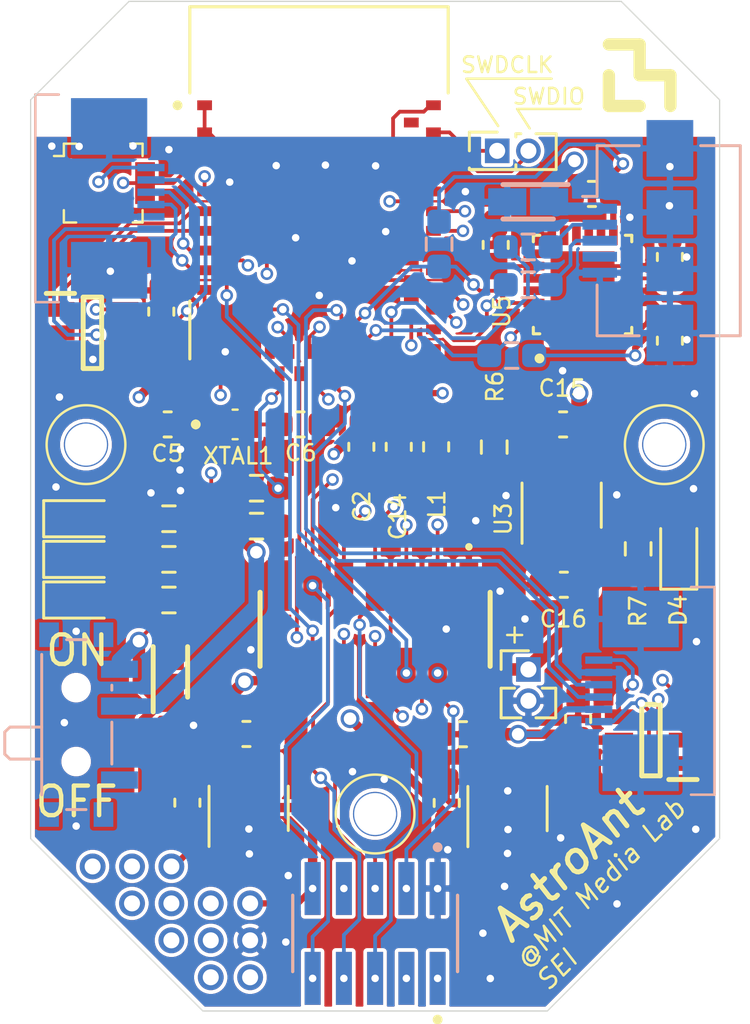
<source format=kicad_pcb>
(kicad_pcb (version 20171130) (host pcbnew "(5.1.8)-1")
  (layers (0 F.Cu signal) (1 GND power) (2 PWR power) (31 B.Cu signal) (34 B.Paste user) (35 F.Paste user) (36 B.SilkS user) (37 F.SilkS user) (38 B.Mask user hide) (39 F.Mask user hide) (44 Edge.Cuts user))
  (net 0 "")
  (net 1 GND)
  (net 2 VPP)
  (net 3 /LED2)
  (net 4 /LED1)
  (net 5 /SDA)
  (net 6 /SCL)
  (net 7 "Net-(R8-Pad2)")
  (net 8 "Net-(R9-Pad2)")
  (net 9 VBUS)
  (net 10 "Net-(L1-Pad2)")
  (net 11 +3V3)
  (net 12 "Net-(C6-Pad1)")
  (net 13 "Net-(C5-Pad1)")
  (net 14 "Net-(R7-Pad2)")
  (net 15 "Net-(R6-Pad1)")
  (net 16 "Net-(C11-Pad2)")
  (net 17 "Net-(D1-Pad2)")
  (net 18 "Net-(D2-Pad2)")
  (net 19 "Net-(D4-Pad1)")
  (net 20 /USB+)
  (net 21 /USB-)
  (net 22 "Net-(C4-Pad2)")
  (net 23 "Net-(C7-Pad2)")
  (net 24 /MISO)
  (net 25 /MOSI)
  (net 26 /SCK)
  (net 27 /SWDCLK)
  (net 28 /SWDIO)
  (net 29 /A1)
  (net 30 /A0)
  (net 31 VCC)
  (net 32 /M1_IN2)
  (net 33 /M1_IN1)
  (net 34 /M1_O1)
  (net 35 /M1_O2)
  (net 36 /M2_O1)
  (net 37 /M2_O2)
  (net 38 /~RESET)
  (net 39 /SWO)
  (net 40 /D13)
  (net 41 /D5)
  (net 42 /D12)
  (net 43 /D6)
  (net 44 /A5)
  (net 45 /A3)
  (net 46 /GP2)
  (net 47 /GP0)
  (net 48 "Net-(D3-Pad2)")
  (net 49 /MOTOR1_A)
  (net 50 /MOTOR1_B)
  (net 51 /M2_IN2)
  (net 52 /M2_IN1)
  (net 53 /D11)
  (net 54 /D9)
  (module digikey-footprints:Switch_Tactile_SMD_B3U-1000P (layer F.Cu) (at 178.95 97.38)
    (fp_text reference S1 hide)
    (fp_text value B3U-1000P)
    (pad 2 smd rect (at 1.7 0) (size 0.8 1.7) (layers F.Cu F.Paste F.Mask) (net 38 /~RESET))
    (pad 1 smd rect (at -1.7 0) (size 0.8 1.7) (layers F.Cu F.Paste F.Mask) (net 1 GND))
  )
  (module Mylib:1.27mm_pin_hole (layer F.Cu) (at 181.72 125.13)
    (fp_text reference J20 hide)
    (fp_text value 1_pin_sig)
    (pad 1 thru_hole circle (at 0 0) (size 1.05 1.05) (drill 0.65) (layers *.Cu *.Mask) (net 16 "Net-(C11-Pad2)"))
  )
  (module Mylib:1.27mm_pin_hole (layer F.Cu) (at 180.12 125.13)
    (fp_text reference J19 hide)
    (fp_text value 1_pin_sig)
    (pad 1 thru_hole circle (at 0 0) (size 1.05 1.05) (drill 0.65) (layers *.Cu *.Mask) (net 46 /GP2))
  )
  (module Mylib:1.27mm_pin_hole (layer F.Cu) (at 180.12 126.63)
    (fp_text reference J18 hide)
    (fp_text value 1_pin_sig)
    (pad 1 thru_hole circle (at 0 0) (size 1.05 1.05) (drill 0.65) (layers *.Cu *.Mask) (net 47 /GP0))
  )
  (module Mylib:1.27mm_pin_hole (layer F.Cu) (at 178.52 125.13)
    (fp_text reference J17 hide)
    (fp_text value 1_pin_sig)
    (pad 1 thru_hole circle (at 0 0) (size 1.05 1.05) (drill 0.65) (layers *.Cu *.Mask) (net 38 /~RESET))
  )
  (module Mylib:1.27mm_pin_hole (layer F.Cu) (at 188 128.13)
    (fp_text reference J16 hide)
    (fp_text value 1_pin_sig)
    (pad 1 thru_hole circle (at -4.68 0) (size 1.05 1.05) (drill 0.65) (layers *.Cu *.Mask))
  )
  (module Mylib:1.27mm_pin_hole (layer F.Cu) (at 183.32 126.63)
    (fp_text reference J15 hide)
    (fp_text value 1_pin_sig)
    (pad 1 thru_hole circle (at 0 0) (size 1.05 1.05) (drill 0.65) (layers *.Cu *.Mask) (net 39 /SWO))
  )
  (module Mylib:1.27mm_pin_hole (layer F.Cu) (at 189.61 128.13)
    (fp_text reference J14 hide)
    (fp_text value 1_pin_sig)
    (pad 1 thru_hole circle (at -4.69 0) (size 1.05 1.05) (drill 0.65) (layers *.Cu *.Mask) (net 1 GND))
  )
  (module Mylib:1.27mm_pin_hole (layer F.Cu) (at 186.36 128.13)
    (fp_text reference J13 hide)
    (fp_text value 1_pin_sig)
    (pad 1 thru_hole circle (at -4.64 0) (size 1.05 1.05) (drill 0.65) (layers *.Cu *.Mask))
  )
  (module Mylib:1.27mm_pin_hole (layer F.Cu) (at 183.32 129.63)
    (fp_text reference J12 hide)
    (fp_text value 1_pin_sig)
    (pad 1 thru_hole circle (at 0 0) (size 1.05 1.05) (drill 0.65) (layers *.Cu *.Mask))
  )
  (module Mylib:1.27mm_pin_hole (layer F.Cu) (at 185.56 126.63)
    (fp_text reference J11 hide)
    (fp_text value 1_pin_sig)
    (pad 1 thru_hole circle (at -0.64 0) (size 1.05 1.05) (drill 0.65) (layers *.Cu *.Mask) (net 11 +3V3))
  )
  (module Mylib:1.27mm_pin_hole (layer F.Cu) (at 184.92 129.63)
    (fp_text reference J10 hide)
    (fp_text value 1_pin_sig)
    (pad 1 thru_hole circle (at 0 0) (size 1.05 1.05) (drill 0.65) (layers *.Cu *.Mask))
  )
  (module Mylib:1.27mm_pin_hole (layer F.Cu) (at 180.96 126.63)
    (fp_text reference J9 hide)
    (fp_text value 1_pin_sig)
    (pad 1 thru_hole circle (at 0.76 0) (size 1.05 1.05) (drill 0.65) (layers *.Cu *.Mask) (net 44 /A5))
  )
  (module SamacSys_Parts:2002132100014C1LF (layer F.Cu) (at 190 115.5)
    (fp_text reference J6 hide)
    (fp_text value 20021321-00014C1LF hide)
    (pad 14 smd rect (at -3.81 1.775) (size 0.76 2.05) (layers F.Cu F.Paste F.Mask) (net 11 +3V3))
    (pad 13 smd rect (at -3.81 -1.775) (size 0.76 2.05) (layers F.Cu F.Paste F.Mask) (net 1 GND))
    (pad 12 smd rect (at -2.54 1.775) (size 0.76 2.05) (layers F.Cu F.Paste F.Mask) (net 45 /A3))
    (pad 11 smd rect (at -2.54 -1.775) (size 0.76 2.05) (layers F.Cu F.Paste F.Mask) (net 6 /SCL))
    (pad 10 smd rect (at -1.27 1.775) (size 0.76 2.05) (layers F.Cu F.Paste F.Mask) (net 43 /D6))
    (pad 9 smd rect (at -1.27 -1.775) (size 0.76 2.05) (layers F.Cu F.Paste F.Mask) (net 5 /SDA))
    (pad 8 smd rect (at 0 1.775) (size 0.76 2.05) (layers F.Cu F.Paste F.Mask) (net 42 /D12))
    (pad 7 smd rect (at 0 -1.775) (size 0.76 2.05) (layers F.Cu F.Paste F.Mask) (net 26 /SCK))
    (pad 6 smd rect (at 1.27 1.775) (size 0.76 2.05) (layers F.Cu F.Paste F.Mask) (net 54 /D9))
    (pad 5 smd rect (at 1.27 -1.775) (size 0.76 2.05) (layers F.Cu F.Paste F.Mask) (net 25 /MOSI))
    (pad 4 smd rect (at 2.54 1.775) (size 0.76 2.05) (layers F.Cu F.Paste F.Mask) (net 53 /D11))
    (pad 3 smd rect (at 2.54 -1.775) (size 0.76 2.05) (layers F.Cu F.Paste F.Mask) (net 24 /MISO))
    (pad 2 smd rect (at 3.81 1.775) (size 0.76 2.05) (layers F.Cu F.Paste F.Mask) (net 2 VPP))
    (pad 1 smd rect (at 3.81 -1.775) (size 0.76 2.05) (layers F.Cu F.Paste F.Mask) (net 1 GND))
  )
  (module SamacSys_Parts:SOT95P280X100-6N (layer F.Cu) (at 201.21 120 180)
    (fp_text reference IC2 hide)
    (fp_text value MP6513GJ-Z hide)
    (pad 6 smd rect (at 1.3 -0.95 270) (size 0.6 1.15) (layers F.Cu F.Paste F.Mask) (net 36 /M2_O1))
    (pad 5 smd rect (at 1.3 0 270) (size 0.6 1.15) (layers F.Cu F.Paste F.Mask) (net 31 VCC))
    (pad 4 smd rect (at 1.3 0.95 270) (size 0.6 1.15) (layers F.Cu F.Paste F.Mask) (net 37 /M2_O2))
    (pad 3 smd rect (at -1.3 0.95 270) (size 0.6 1.15) (layers F.Cu F.Paste F.Mask) (net 51 /M2_IN2))
    (pad 2 smd rect (at -1.3 0 270) (size 0.6 1.15) (layers F.Cu F.Paste F.Mask) (net 1 GND))
    (pad 1 smd rect (at -1.3 -0.95 270) (size 0.6 1.15) (layers F.Cu F.Paste F.Mask) (net 52 /M2_IN1))
  )
  (module SamacSys_Parts:SOT95P280X100-6N (layer F.Cu) (at 178.51 103.46)
    (fp_text reference IC1 hide)
    (fp_text value MP6513GJ-Z hide)
    (pad 6 smd rect (at 1.3 -0.95 90) (size 0.6 1.15) (layers F.Cu F.Paste F.Mask) (net 34 /M1_O1))
    (pad 5 smd rect (at 1.3 0 90) (size 0.6 1.15) (layers F.Cu F.Paste F.Mask) (net 31 VCC))
    (pad 4 smd rect (at 1.3 0.95 90) (size 0.6 1.15) (layers F.Cu F.Paste F.Mask) (net 35 /M1_O2))
    (pad 3 smd rect (at -1.3 0.95 90) (size 0.6 1.15) (layers F.Cu F.Paste F.Mask) (net 32 /M1_IN2))
    (pad 2 smd rect (at -1.3 0 90) (size 0.6 1.15) (layers F.Cu F.Paste F.Mask) (net 1 GND))
    (pad 1 smd rect (at -1.3 -0.95 90) (size 0.6 1.15) (layers F.Cu F.Paste F.Mask) (net 33 /M1_IN1))
  )
  (module Mylib:mounthole_1.8mm (layer F.Cu) (at 190 123)
    (fp_text reference H1 hide)
    (fp_text value M2)
    (pad "" np_thru_hole circle (at 0 0) (size 1.8 1.8) (drill 1.7) (layers *.Cu *.Mask))
  )
  (module Resistor_SMD:R_0603_1608Metric_Pad0.98x0.95mm_HandSolder (layer B.Cu) (at 195.55 104.38)
    (fp_text reference R11 hide)
    (fp_text value 10k)
    (pad 2 smd roundrect (at 0.9125 0) (size 0.975 0.95) (layers B.Cu B.Paste B.Mask) (net 11 +3V3))
    (pad 1 smd roundrect (at -0.9125 0) (size 0.975 0.95) (layers B.Cu B.Paste B.Mask) (net 5 /SDA))
  )
  (module Resistor_SMD:R_0603_1608Metric_Pad0.98x0.95mm_HandSolder (layer B.Cu) (at 192.6 99.86 90)
    (fp_text reference R10 hide)
    (fp_text value 10k)
    (pad 2 smd roundrect (at 0.9125 0 90) (size 0.975 0.95) (layers B.Cu B.Paste B.Mask) (net 11 +3V3))
    (pad 1 smd roundrect (at -0.9125 0 90) (size 0.975 0.95) (layers B.Cu B.Paste B.Mask) (net 6 /SCL))
  )
  (module Connector_PinHeader_1.27mm:PinHeader_2x01_P1.27mm_Vertical (layer F.Cu) (at 194.96 96.07)
    (fp_text reference J4 hide)
    (fp_text value 22-23-2021)
    (pad 2 thru_hole oval (at 1.27 0) (size 1 1) (drill 0.65) (layers *.Cu *.Mask) (net 28 /SWDIO))
    (pad 1 thru_hole rect (at 0 0) (size 1 1) (drill 0.65) (layers *.Cu *.Mask) (net 27 /SWDCLK))
  )
  (module SamacSys_Parts:CAPPM2014X170N (layer B.Cu) (at 196.22 98.14 180)
    (fp_text reference C13 hide)
    (fp_text value TAJP106K010RNJ hide)
    (pad 2 smd rect (at 0.85 0 90) (size 1.1 1.55) (layers B.Cu B.Paste B.Mask) (net 1 GND))
    (pad 1 smd rect (at -0.85 0 90) (size 1.1 1.55) (layers B.Cu B.Paste B.Mask) (net 9 VBUS))
  )
  (module SamacSys_Parts:CAPPM2014X170N (layer F.Cu) (at 181.68 117.23 90)
    (fp_text reference C9 hide)
    (fp_text value TAJP106K010RNJ hide)
    (pad 2 smd rect (at 0.85 0 180) (size 1.1 1.55) (layers F.Cu F.Paste F.Mask) (net 1 GND))
    (pad 1 smd rect (at -0.85 0 180) (size 1.1 1.55) (layers F.Cu F.Paste F.Mask) (net 16 "Net-(C11-Pad2)"))
  )
  (module Package_TO_SOT_SMD:SOT-23-5_HandSoldering (layer F.Cu) (at 195.38 122.78 90)
    (fp_text reference U7 hide)
    (fp_text value AP2112K-3.3)
    (pad 5 smd rect (at 1.35 -0.95 90) (size 1.56 0.65) (layers F.Cu F.Paste F.Mask) (net 31 VCC))
    (pad 4 smd rect (at 1.35 0.95 90) (size 1.56 0.65) (layers F.Cu F.Paste F.Mask))
    (pad 3 smd rect (at -1.35 0.95 90) (size 1.56 0.65) (layers F.Cu F.Paste F.Mask) (net 16 "Net-(C11-Pad2)"))
    (pad 2 smd rect (at -1.35 0 90) (size 1.56 0.65) (layers F.Cu F.Paste F.Mask) (net 1 GND))
    (pad 1 smd rect (at -1.35 -0.95 90) (size 1.56 0.65) (layers F.Cu F.Paste F.Mask) (net 16 "Net-(C11-Pad2)"))
  )
  (module Capacitor_SMD:C_0603_1608Metric_Pad1.08x0.95mm_HandSolder (layer F.Cu) (at 192.91 122.55 270)
    (fp_text reference C18 hide)
    (fp_text value 0.1uF)
    (pad 2 smd roundrect (at 0.8625 0 270) (size 1.075 0.95) (layers F.Cu F.Paste F.Mask) (net 16 "Net-(C11-Pad2)"))
    (pad 1 smd roundrect (at -0.8625 0 270) (size 1.075 0.95) (layers F.Cu F.Paste F.Mask) (net 1 GND))
  )
  (module Capacitor_SMD:C_0603_1608Metric_Pad1.08x0.95mm_HandSolder (layer F.Cu) (at 193.57 119.76)
    (fp_text reference C17 hide)
    (fp_text value 10uF)
    (pad 2 smd roundrect (at 0.8625 0) (size 1.075 0.95) (layers F.Cu F.Paste F.Mask) (net 31 VCC))
    (pad 1 smd roundrect (at -0.8625 0) (size 1.075 0.95) (layers F.Cu F.Paste F.Mask) (net 1 GND))
  )
  (module SamacSys_Parts:ECS32712512TR (layer F.Cu) (at 184.31 107.18)
    (fp_text reference XTAL1 (at 0.13 1.28) (layer F.SilkS) (effects (font (size 0.6604 0.6604) (thickness 0.1016))))
    (fp_text value 32.768KHz hide)
    (pad 2 smd rect (at 0.7 0) (size 0.6 1.1) (layers F.Cu F.Paste F.Mask) (net 12 "Net-(C6-Pad1)"))
    (pad 1 smd rect (at -0.7 0) (size 0.6 1.1) (layers F.Cu F.Paste F.Mask) (net 13 "Net-(C5-Pad1)"))
  )
  (module Capacitor_SMD:C_0603_1608Metric_Pad1.08x0.95mm_HandSolder (layer F.Cu) (at 197.67 113.69)
    (fp_text reference C16 (at -0.02 1.39) (layer F.SilkS) (effects (font (size 0.6604 0.6604) (thickness 0.1016))))
    (fp_text value 10uF)
    (pad 2 smd roundrect (at 0.8625 0) (size 1.075 0.95) (layers F.Cu F.Paste F.Mask) (net 2 VPP))
    (pad 1 smd roundrect (at -0.8625 0) (size 1.075 0.95) (layers F.Cu F.Paste F.Mask) (net 1 GND))
  )
  (module Capacitor_SMD:C_0603_1608Metric_Pad1.08x0.95mm_HandSolder (layer F.Cu) (at 197.64 107.18)
    (fp_text reference C15 (at -0.04 -1.47) (layer F.SilkS) (effects (font (size 0.6604 0.6604) (thickness 0.1016))))
    (fp_text value 10uF)
    (pad 2 smd roundrect (at 0.8625 0) (size 1.075 0.95) (layers F.Cu F.Paste F.Mask) (net 9 VBUS))
    (pad 1 smd roundrect (at -0.8625 0) (size 1.075 0.95) (layers F.Cu F.Paste F.Mask) (net 1 GND))
  )
  (module Capacitor_SMD:C_0603_1608Metric_Pad1.08x0.95mm_HandSolder (layer F.Cu) (at 190.96 108.09 90)
    (fp_text reference C14 (at -2.83 -0.04 90) (layer F.SilkS) (effects (font (size 0.6604 0.6604) (thickness 0.1016))))
    (fp_text value 10uF)
    (pad 2 smd roundrect (at 0.8625 0 90) (size 1.075 0.95) (layers F.Cu F.Paste F.Mask) (net 11 +3V3))
    (pad 1 smd roundrect (at -0.8625 0 90) (size 1.075 0.95) (layers F.Cu F.Paste F.Mask) (net 1 GND))
  )
  (module SamacSys_Parts:17345926 (layer B.Cu) (at 201.59 118 270)
    (fp_text reference J8 hide)
    (fp_text value 1734592-6 hide)
    (pad MP2 smd rect (at 2.92 0.8 270) (size 2.3 3.1) (layers B.Cu B.Paste B.Mask) (net 1 GND))
    (pad MP1 smd rect (at -2.92 0.8 270) (size 2.3 3.1) (layers B.Cu B.Paste B.Mask) (net 1 GND))
    (pad 6 smd rect (at 1.25 2.5 270) (size 0.3 1.1) (layers B.Cu B.Paste B.Mask) (net 36 /M2_O1))
    (pad 5 smd rect (at 0.75 2.5 270) (size 0.3 1.1) (layers B.Cu B.Paste B.Mask) (net 31 VCC))
    (pad 4 smd rect (at 0.25 2.5 270) (size 0.3 1.1) (layers B.Cu B.Paste B.Mask) (net 41 /D5))
    (pad 3 smd rect (at -0.25 2.5 270) (size 0.3 1.1) (layers B.Cu B.Paste B.Mask) (net 40 /D13))
    (pad 2 smd rect (at -0.75 2.5 270) (size 0.3 1.1) (layers B.Cu B.Paste B.Mask) (net 1 GND))
    (pad 1 smd rect (at -1.25 2.5 270) (size 0.3 1.1) (layers B.Cu B.Paste B.Mask) (net 37 /M2_O2))
  )
  (module SamacSys_Parts:17345926 (layer B.Cu) (at 178.39 98 90)
    (fp_text reference J3 hide)
    (fp_text value 1734592-6 hide)
    (pad MP2 smd rect (at 2.92 0.8 90) (size 2.3 3.1) (layers B.Cu B.Paste B.Mask) (net 1 GND))
    (pad MP1 smd rect (at -2.92 0.8 90) (size 2.3 3.1) (layers B.Cu B.Paste B.Mask) (net 1 GND))
    (pad 6 smd rect (at 1.25 2.5 90) (size 0.3 1.1) (layers B.Cu B.Paste B.Mask) (net 34 /M1_O1))
    (pad 5 smd rect (at 0.75 2.5 90) (size 0.3 1.1) (layers B.Cu B.Paste B.Mask) (net 31 VCC))
    (pad 4 smd rect (at 0.25 2.5 90) (size 0.3 1.1) (layers B.Cu B.Paste B.Mask) (net 49 /MOTOR1_A))
    (pad 3 smd rect (at -0.25 2.5 90) (size 0.3 1.1) (layers B.Cu B.Paste B.Mask) (net 50 /MOTOR1_B))
    (pad 2 smd rect (at -0.75 2.5 90) (size 0.3 1.1) (layers B.Cu B.Paste B.Mask) (net 1 GND))
    (pad 1 smd rect (at -1.25 2.5 90) (size 0.3 1.1) (layers B.Cu B.Paste B.Mask) (net 35 /M1_O2))
  )
  (module Mylib:mounthole_1.8mm (layer F.Cu) (at 201.75 108)
    (fp_text reference H3 hide)
    (fp_text value M2)
    (pad "" np_thru_hole circle (at 0 0) (size 1.8 1.8) (drill 1.7) (layers *.Cu *.Mask))
  )
  (module Mylib:mounthole_1.8mm (layer F.Cu) (at 178.25 108)
    (fp_text reference H2 hide)
    (fp_text value M2)
    (pad "" np_thru_hole circle (at 0 0) (size 1.8 1.8) (drill 1.7) (layers *.Cu *.Mask))
  )
  (module "SnapEDA Library:HARWIN_M50-3100545" (layer B.Cu) (at 190 127.85)
    (fp_text reference J7 hide)
    (fp_text value 20021321-00010C4LF)
    (pad 9 smd rect (at -2.54 -1.825) (size 0.65 2.15) (layers B.Cu B.Paste B.Mask) (net 11 +3V3))
    (pad 7 smd rect (at -1.27 -1.825) (size 0.65 2.15) (layers B.Cu B.Paste B.Mask) (net 29 /A1))
    (pad 5 smd rect (at 0 -1.825) (size 0.65 2.15) (layers B.Cu B.Paste B.Mask) (net 43 /D6))
    (pad 3 smd rect (at 1.27 -1.825) (size 0.65 2.15) (layers B.Cu B.Paste B.Mask) (net 53 /D11))
    (pad 1 smd rect (at 2.54 -1.825) (size 0.65 2.15) (layers B.Cu B.Paste B.Mask) (net 1 GND))
    (pad 10 smd rect (at -2.54 1.825) (size 0.65 2.15) (layers B.Cu B.Paste B.Mask) (net 6 /SCL))
    (pad 8 smd rect (at -1.27 1.825) (size 0.65 2.15) (layers B.Cu B.Paste B.Mask) (net 5 /SDA))
    (pad 6 smd rect (at 0 1.825) (size 0.65 2.15) (layers B.Cu B.Paste B.Mask) (net 26 /SCK))
    (pad 4 smd rect (at 1.27 1.825) (size 0.65 2.15) (layers B.Cu B.Paste B.Mask) (net 25 /MOSI))
    (pad 2 smd rect (at 2.54 1.825) (size 0.65 2.15) (layers B.Cu B.Paste B.Mask) (net 24 /MISO))
  )
  (module "SnapEDA Library:HARWIN_M50-3100545" (layer F.Cu) (at 190 127.85)
    (fp_text reference J5 hide)
    (fp_text value 20021321-00010C4LF)
    (pad 9 smd rect (at -2.54 1.825) (size 0.65 2.15) (layers F.Cu F.Paste F.Mask) (net 6 /SCL))
    (pad 7 smd rect (at -1.27 1.825) (size 0.65 2.15) (layers F.Cu F.Paste F.Mask) (net 5 /SDA))
    (pad 5 smd rect (at 0 1.825) (size 0.65 2.15) (layers F.Cu F.Paste F.Mask) (net 26 /SCK))
    (pad 3 smd rect (at 1.27 1.825) (size 0.65 2.15) (layers F.Cu F.Paste F.Mask) (net 25 /MOSI))
    (pad 1 smd rect (at 2.54 1.825) (size 0.65 2.15) (layers F.Cu F.Paste F.Mask) (net 24 /MISO))
    (pad 10 smd rect (at -2.54 -1.825) (size 0.65 2.15) (layers F.Cu F.Paste F.Mask) (net 11 +3V3))
    (pad 8 smd rect (at -1.27 -1.825) (size 0.65 2.15) (layers F.Cu F.Paste F.Mask) (net 29 /A1))
    (pad 6 smd rect (at 0 -1.825) (size 0.65 2.15) (layers F.Cu F.Paste F.Mask) (net 43 /D6))
    (pad 4 smd rect (at 1.27 -1.825) (size 0.65 2.15) (layers F.Cu F.Paste F.Mask) (net 53 /D11))
    (pad 2 smd rect (at 2.54 -1.825) (size 0.65 2.15) (layers F.Cu F.Paste F.Mask) (net 1 GND))
  )
  (module Capacitor_SMD:C_0603_1608Metric_Pad1.08x0.95mm_HandSolder (layer F.Cu) (at 181.31 102.6 270)
    (fp_text reference C12 hide)
    (fp_text value 0.1uF)
    (pad 2 smd roundrect (at 0.8625 0 270) (size 1.075 0.95) (layers F.Cu F.Paste F.Mask) (net 31 VCC))
    (pad 1 smd roundrect (at -0.8625 0 270) (size 1.075 0.95) (layers F.Cu F.Paste F.Mask) (net 1 GND))
  )
  (module Capacitor_SMD:C_0603_1608Metric_Pad1.08x0.95mm_HandSolder (layer F.Cu) (at 198.25 119.14 270)
    (fp_text reference C8 hide)
    (fp_text value 0.1uF)
    (pad 2 smd roundrect (at 0.8625 0 270) (size 1.075 0.95) (layers F.Cu F.Paste F.Mask) (net 31 VCC))
    (pad 1 smd roundrect (at -0.8625 0 270) (size 1.075 0.95) (layers F.Cu F.Paste F.Mask) (net 1 GND))
  )
  (module Mylib:IC_MPU6050 (layer F.Cu) (at 198.43 101.5 90)
    (fp_text reference U5 (at -1.1 -3.28 90) (layer F.SilkS) (effects (font (size 0.6604 0.6604) (thickness 0.1016))))
    (fp_text value MPU6050)
    (pad 24 smd rect (at -1.25 -1.975 90) (size 0.35 0.85) (layers F.Cu F.Paste F.Mask) (net 5 /SDA))
    (pad 23 smd rect (at -0.75 -1.975 90) (size 0.35 0.85) (layers F.Cu F.Paste F.Mask) (net 6 /SCL))
    (pad 22 smd rect (at -0.25 -1.975 90) (size 0.35 0.85) (layers F.Cu F.Paste F.Mask))
    (pad 21 smd rect (at 0.25 -1.975 90) (size 0.35 0.85) (layers F.Cu F.Paste F.Mask))
    (pad 20 smd rect (at 0.75 -1.975 90) (size 0.35 0.85) (layers F.Cu F.Paste F.Mask) (net 23 "Net-(C7-Pad2)"))
    (pad 19 smd rect (at 1.25 -1.975 90) (size 0.35 0.85) (layers F.Cu F.Paste F.Mask))
    (pad 18 smd rect (at 2 -1.25 90) (size 0.8 0.35) (layers F.Cu F.Paste F.Mask) (net 1 GND))
    (pad 17 smd rect (at 2 -0.75 90) (size 0.8 0.35) (layers F.Cu F.Paste F.Mask))
    (pad 16 smd rect (at 2 -0.25 90) (size 0.8 0.35) (layers F.Cu F.Paste F.Mask))
    (pad 15 smd rect (at 2 0.25 90) (size 0.8 0.35) (layers F.Cu F.Paste F.Mask))
    (pad 14 smd rect (at 2 0.75 90) (size 0.8 0.35) (layers F.Cu F.Paste F.Mask))
    (pad 13 smd rect (at 2 1.25 90) (size 0.8 0.35) (layers F.Cu F.Paste F.Mask) (net 11 +3V3))
    (pad 12 smd rect (at 1.25 1.975 90) (size 0.35 0.85) (layers F.Cu F.Paste F.Mask))
    (pad 11 smd rect (at 0.75 1.975 90) (size 0.35 0.85) (layers F.Cu F.Paste F.Mask) (net 1 GND))
    (pad 10 smd rect (at 0.25 1.975 90) (size 0.35 0.85) (layers F.Cu F.Paste F.Mask) (net 22 "Net-(C4-Pad2)"))
    (pad 9 smd rect (at -0.25 1.975 90) (size 0.35 0.85) (layers F.Cu F.Paste F.Mask) (net 1 GND))
    (pad 8 smd rect (at -0.75 1.975 90) (size 0.35 0.85) (layers F.Cu F.Paste F.Mask) (net 11 +3V3))
    (pad 7 smd rect (at -1.25 1.975 90) (size 0.35 0.85) (layers F.Cu F.Paste F.Mask))
    (pad 6 smd rect (at -2 1.25 90) (size 0.8 0.35) (layers F.Cu F.Paste F.Mask))
    (pad 5 smd rect (at -2 0.75 90) (size 0.8 0.35) (layers F.Cu F.Paste F.Mask))
    (pad 4 smd rect (at -2 0.25 90) (size 0.8 0.35) (layers F.Cu F.Paste F.Mask))
    (pad 3 smd rect (at -2 -0.25 90) (size 0.8 0.35) (layers F.Cu F.Paste F.Mask))
    (pad 2 smd rect (at -2 -0.75 90) (size 0.8 0.35) (layers F.Cu F.Paste F.Mask))
    (pad 25 smd rect (at 0 0 90) (size 2.7 2.6) (layers F.Cu F.Mask) (net 1 GND))
    (pad 1 smd rect (at -2 -1.25 90) (size 0.8 0.35) (layers F.Cu F.Paste F.Mask))
  )
  (module Capacitor_SMD:C_0603_1608Metric_Pad1.08x0.95mm_HandSolder (layer F.Cu) (at 194.9 99.89 270)
    (fp_text reference C7 hide)
    (fp_text value 2200pF hide)
    (pad 2 smd roundrect (at 0.8625 0 270) (size 1.075 0.95) (layers F.Cu F.Paste F.Mask) (net 23 "Net-(C7-Pad2)"))
    (pad 1 smd roundrect (at -0.8625 0 270) (size 1.075 0.95) (layers F.Cu F.Paste F.Mask) (net 1 GND))
  )
  (module Capacitor_SMD:C_0603_1608Metric_Pad1.08x0.95mm_HandSolder (layer F.Cu) (at 201.98 100.38 270)
    (fp_text reference C4 hide)
    (fp_text value 0.1uF)
    (pad 2 smd roundrect (at 0.8625 0 270) (size 1.075 0.95) (layers F.Cu F.Paste F.Mask) (net 22 "Net-(C4-Pad2)"))
    (pad 1 smd roundrect (at -0.8625 0 270) (size 1.075 0.95) (layers F.Cu F.Paste F.Mask) (net 1 GND))
  )
  (module Capacitor_SMD:C_0603_1608Metric_Pad1.08x0.95mm_HandSolder (layer F.Cu) (at 201.98 103.78 90)
    (fp_text reference C3 hide)
    (fp_text value 10000pF)
    (pad 2 smd roundrect (at 0.8625 0 90) (size 1.075 0.95) (layers F.Cu F.Paste F.Mask) (net 11 +3V3))
    (pad 1 smd roundrect (at -0.8625 0 90) (size 1.075 0.95) (layers F.Cu F.Paste F.Mask) (net 1 GND))
  )
  (module Capacitor_SMD:C_0603_1608Metric_Pad1.08x0.95mm_HandSolder (layer F.Cu) (at 198.81 97.82)
    (fp_text reference C1 hide)
    (fp_text value 0.1uF)
    (pad 2 smd roundrect (at 0.8625 0) (size 1.075 0.95) (layers F.Cu F.Paste F.Mask) (net 11 +3V3))
    (pad 1 smd roundrect (at -0.8625 0) (size 1.075 0.95) (layers F.Cu F.Paste F.Mask) (net 1 GND))
  )
  (module Package_TO_SOT_SMD:SOT-23-5_HandSoldering (layer F.Cu) (at 184.86 122.77 90)
    (fp_text reference U4 hide)
    (fp_text value AP2112K-3.3)
    (pad 5 smd rect (at 1.35 -0.95 90) (size 1.56 0.65) (layers F.Cu F.Paste F.Mask) (net 11 +3V3))
    (pad 4 smd rect (at 1.35 0.95 90) (size 1.56 0.65) (layers F.Cu F.Paste F.Mask))
    (pad 3 smd rect (at -1.35 0.95 90) (size 1.56 0.65) (layers F.Cu F.Paste F.Mask) (net 16 "Net-(C11-Pad2)"))
    (pad 2 smd rect (at -1.35 0 90) (size 1.56 0.65) (layers F.Cu F.Paste F.Mask) (net 1 GND))
    (pad 1 smd rect (at -1.35 -0.95 90) (size 1.56 0.65) (layers F.Cu F.Paste F.Mask) (net 16 "Net-(C11-Pad2)"))
  )
  (module Package_TO_SOT_SMD:SOT-23-5_HandSoldering (layer F.Cu) (at 197.58 110.46 90)
    (fp_text reference U3 (at -0.56 -2.37 90) (layer F.SilkS) (effects (font (size 0.6604 0.6604) (thickness 0.1016))))
    (fp_text value MCP73831T-2ACI_OT)
    (pad 5 smd rect (at 1.35 -0.95 90) (size 1.56 0.65) (layers F.Cu F.Paste F.Mask) (net 15 "Net-(R6-Pad1)"))
    (pad 4 smd rect (at 1.35 0.95 90) (size 1.56 0.65) (layers F.Cu F.Paste F.Mask) (net 9 VBUS))
    (pad 3 smd rect (at -1.35 0.95 90) (size 1.56 0.65) (layers F.Cu F.Paste F.Mask) (net 2 VPP))
    (pad 2 smd rect (at -1.35 0 90) (size 1.56 0.65) (layers F.Cu F.Paste F.Mask) (net 1 GND))
    (pad 1 smd rect (at -1.35 -0.95 90) (size 1.56 0.65) (layers F.Cu F.Paste F.Mask) (net 14 "Net-(R7-Pad2)"))
  )
  (module Mylib:XCVR_MDBT50Q-1MV2 (layer F.Cu) (at 187.72 97.97)
    (fp_text reference U1 hide)
    (fp_text value MDBT50Q-1MV2)
    (pad 61 smd rect (at 2 0.55) (size 0.4 0.6) (layers F.Cu F.Paste F.Mask))
    (pad 60 smd rect (at 1.2 0.55) (size 0.4 0.6) (layers F.Cu F.Paste F.Mask))
    (pad 59 smd rect (at 0.4 0.55) (size 0.4 0.6) (layers F.Cu F.Paste F.Mask))
    (pad 58 smd rect (at -0.4 0.55) (size 0.4 0.6) (layers F.Cu F.Paste F.Mask))
    (pad 57 smd rect (at -1.2 0.55) (size 0.4 0.6) (layers F.Cu F.Paste F.Mask))
    (pad 56 smd rect (at -2 0.55) (size 0.4 0.6) (layers F.Cu F.Paste F.Mask))
    (pad 55 smd rect (at 4.65 -3.75) (size 0.6 0.4) (layers F.Cu F.Paste F.Mask) (net 1 GND))
    (pad 54 smd rect (at 3.75 -3.05) (size 0.6 0.4) (layers F.Cu F.Paste F.Mask))
    (pad 53 smd rect (at 4.65 -2.65) (size 0.6 0.4) (layers F.Cu F.Paste F.Mask) (net 27 /SWDCLK))
    (pad 52 smd rect (at 3.75 -2.25) (size 0.6 0.4) (layers F.Cu F.Paste F.Mask))
    (pad 51 smd rect (at 4.65 -1.85) (size 0.6 0.4) (layers F.Cu F.Paste F.Mask) (net 28 /SWDIO))
    (pad 50 smd rect (at 3.75 -1.45) (size 0.6 0.4) (layers F.Cu F.Paste F.Mask))
    (pad 49 smd rect (at 3.75 -0.65) (size 0.6 0.4) (layers F.Cu F.Paste F.Mask))
    (pad 48 smd rect (at 4.65 -0.25) (size 0.6 0.4) (layers F.Cu F.Paste F.Mask))
    (pad 47 smd rect (at 3.75 0.15) (size 0.6 0.4) (layers F.Cu F.Paste F.Mask) (net 39 /SWO))
    (pad 46 smd rect (at 4.65 0.55) (size 0.6 0.4) (layers F.Cu F.Paste F.Mask) (net 51 /M2_IN2))
    (pad 45 smd rect (at 3.75 0.95) (size 0.6 0.4) (layers F.Cu F.Paste F.Mask))
    (pad 44 smd rect (at 4.65 1.35) (size 0.6 0.4) (layers F.Cu F.Paste F.Mask) (net 52 /M2_IN1))
    (pad 43 smd rect (at 3.75 1.75) (size 0.6 0.4) (layers F.Cu F.Paste F.Mask))
    (pad 42 smd rect (at 3.75 2.55) (size 0.6 0.4) (layers F.Cu F.Paste F.Mask))
    (pad 41 smd rect (at 4.65 2.95) (size 0.6 0.4) (layers F.Cu F.Paste F.Mask))
    (pad 40 smd rect (at 3.75 3.35) (size 0.6 0.4) (layers F.Cu F.Paste F.Mask) (net 38 /~RESET))
    (pad 39 smd rect (at 4.65 3.75) (size 0.6 0.4) (layers F.Cu F.Paste F.Mask) (net 24 /MISO))
    (pad 38 smd rect (at 3.75 4.15) (size 0.6 0.4) (layers F.Cu F.Paste F.Mask))
    (pad 37 smd rect (at 4.65 4.55) (size 0.6 0.4) (layers F.Cu F.Paste F.Mask) (net 25 /MOSI))
    (pad 36 smd rect (at 3.75 4.95) (size 0.6 0.4) (layers F.Cu F.Paste F.Mask) (net 26 /SCK))
    (pad 35 smd rect (at 4.65 5.35) (size 0.6 0.4) (layers F.Cu F.Paste F.Mask) (net 7 "Net-(R8-Pad2)"))
    (pad 34 smd rect (at 4.65 6.15) (size 0.6 0.4) (layers F.Cu F.Paste F.Mask) (net 8 "Net-(R9-Pad2)"))
    (pad 33 smd rect (at 4.8 7.15) (size 0.4 0.6) (layers F.Cu F.Paste F.Mask) (net 1 GND))
    (pad 32 smd rect (at 4 7.15) (size 0.4 0.6) (layers F.Cu F.Paste F.Mask) (net 9 VBUS))
    (pad 31 smd rect (at 3.2 7.15) (size 0.4 0.6) (layers F.Cu F.Paste F.Mask) (net 10 "Net-(L1-Pad2)"))
    (pad 30 smd rect (at 2.4 7.15) (size 0.4 0.6) (layers F.Cu F.Paste F.Mask) (net 11 +3V3))
    (pad 29 smd rect (at 2 6.25) (size 0.4 0.6) (layers F.Cu F.Paste F.Mask) (net 5 /SDA))
    (pad 28 smd rect (at 1.6 7.15) (size 0.4 0.6) (layers F.Cu F.Paste F.Mask) (net 11 +3V3))
    (pad 27 smd rect (at 1.2 6.25) (size 0.4 0.6) (layers F.Cu F.Paste F.Mask) (net 6 /SCL))
    (pad 26 smd rect (at 0.8 7.15) (size 0.4 0.6) (layers F.Cu F.Paste F.Mask) (net 40 /D13))
    (pad 25 smd rect (at 0.4 6.25) (size 0.4 0.6) (layers F.Cu F.Paste F.Mask) (net 41 /D5))
    (pad 24 smd rect (at 0 7.15) (size 0.4 0.6) (layers F.Cu F.Paste F.Mask) (net 42 /D12))
    (pad 23 smd rect (at -0.4 6.25) (size 0.4 0.6) (layers F.Cu F.Paste F.Mask) (net 43 /D6))
    (pad 22 smd rect (at -0.8 7.15) (size 0.4 0.6) (layers F.Cu F.Paste F.Mask) (net 53 /D11))
    (pad 21 smd rect (at -1.2 6.25) (size 0.4 0.6) (layers F.Cu F.Paste F.Mask) (net 29 /A1))
    (pad 20 smd rect (at -1.6 7.15) (size 0.4 0.6) (layers F.Cu F.Paste F.Mask) (net 30 /A0))
    (pad 19 smd rect (at -2 6.25) (size 0.4 0.6) (layers F.Cu F.Paste F.Mask) (net 54 /D9))
    (pad 18 smd rect (at -2.4 7.15) (size 0.4 0.6) (layers F.Cu F.Paste F.Mask) (net 12 "Net-(C6-Pad1)"))
    (pad 17 smd rect (at -3.2 7.15) (size 0.4 0.6) (layers F.Cu F.Paste F.Mask) (net 13 "Net-(C5-Pad1)"))
    (pad 16 smd rect (at -4 7.15) (size 0.4 0.6) (layers F.Cu F.Paste F.Mask) (net 3 /LED2))
    (pad 15 smd rect (at -4.8 7.15) (size 0.4 0.6) (layers F.Cu F.Paste F.Mask) (net 1 GND))
    (pad 14 smd rect (at -4.65 3.75) (size 0.6 0.4) (layers F.Cu F.Paste F.Mask) (net 4 /LED1))
    (pad 13 smd rect (at -3.75 3.35) (size 0.6 0.4) (layers F.Cu F.Paste F.Mask) (net 45 /A3))
    (pad 12 smd rect (at -4.65 2.95) (size 0.6 0.4) (layers F.Cu F.Paste F.Mask) (net 50 /MOTOR1_B))
    (pad 11 smd rect (at -3.75 2.55) (size 0.6 0.4) (layers F.Cu F.Paste F.Mask) (net 46 /GP2))
    (pad 10 smd rect (at -4.65 2.15) (size 0.6 0.4) (layers F.Cu F.Paste F.Mask) (net 49 /MOTOR1_A))
    (pad 9 smd rect (at -3.75 1.75) (size 0.6 0.4) (layers F.Cu F.Paste F.Mask) (net 44 /A5))
    (pad 8 smd rect (at -4.65 1.35) (size 0.6 0.4) (layers F.Cu F.Paste F.Mask) (net 32 /M1_IN2))
    (pad 7 smd rect (at -3.75 0.95) (size 0.6 0.4) (layers F.Cu F.Paste F.Mask))
    (pad 6 smd rect (at -4.65 0.55) (size 0.6 0.4) (layers F.Cu F.Paste F.Mask) (net 33 /M1_IN1))
    (pad 5 smd rect (at -3.75 0.15) (size 0.6 0.4) (layers F.Cu F.Paste F.Mask))
    (pad 4 smd rect (at -4.65 -0.25) (size 0.6 0.4) (layers F.Cu F.Paste F.Mask) (net 47 /GP0))
    (pad 3 smd rect (at -4.65 -1.85) (size 0.6 0.4) (layers F.Cu F.Paste F.Mask))
    (pad 2 smd rect (at -4.65 -2.65) (size 0.6 0.4) (layers F.Cu F.Paste F.Mask) (net 1 GND))
    (pad 1 smd rect (at -4.65 -3.75) (size 0.6 0.4) (layers F.Cu F.Paste F.Mask) (net 1 GND))
  )
  (module Capacitor_SMD:C_0603_1608Metric_Pad1.08x0.95mm_HandSolder (layer F.Cu) (at 189.44 108.09 90)
    (fp_text reference C2 (at -2.42 0.02 90) (layer F.SilkS) (effects (font (size 0.6604 0.6604) (thickness 0.1016))))
    (fp_text value 10uF)
    (pad 2 smd roundrect (at 0.8625 0 90) (size 1.075 0.95) (layers F.Cu F.Paste F.Mask) (net 11 +3V3))
    (pad 1 smd roundrect (at -0.8625 0 90) (size 1.075 0.95) (layers F.Cu F.Paste F.Mask) (net 1 GND))
  )
  (module Capacitor_SMD:C_0603_1608Metric_Pad1.08x0.95mm_HandSolder (layer F.Cu) (at 181.57 107.18 180)
    (fp_text reference C5 (at 0.02 -1.18) (layer F.SilkS) (effects (font (size 0.6604 0.6604) (thickness 0.1016))))
    (fp_text value 22PF)
    (pad 2 smd roundrect (at 0.8625 0 180) (size 1.075 0.95) (layers F.Cu F.Paste F.Mask) (net 1 GND))
    (pad 1 smd roundrect (at -0.8625 0 180) (size 1.075 0.95) (layers F.Cu F.Paste F.Mask) (net 13 "Net-(C5-Pad1)"))
  )
  (module Capacitor_SMD:C_0603_1608Metric_Pad1.08x0.95mm_HandSolder (layer F.Cu) (at 186.97 107.18)
    (fp_text reference C6 (at 0.01 1.16) (layer F.SilkS) (effects (font (size 0.6604 0.6604) (thickness 0.1016))))
    (fp_text value 22PF)
    (pad 1 smd roundrect (at -0.8625 0) (size 1.075 0.95) (layers F.Cu F.Paste F.Mask) (net 12 "Net-(C6-Pad1)"))
    (pad 2 smd roundrect (at 0.8625 0) (size 1.075 0.95) (layers F.Cu F.Paste F.Mask) (net 1 GND))
  )
  (module Capacitor_SMD:C_0603_1608Metric_Pad1.08x0.95mm_HandSolder (layer F.Cu) (at 184.77 119.75 180)
    (fp_text reference C10 hide)
    (fp_text value 10uF)
    (pad 2 smd roundrect (at 0.8625 0 180) (size 1.075 0.95) (layers F.Cu F.Paste F.Mask) (net 11 +3V3))
    (pad 1 smd roundrect (at -0.8625 0 180) (size 1.075 0.95) (layers F.Cu F.Paste F.Mask) (net 1 GND))
  )
  (module Capacitor_SMD:C_0603_1608Metric_Pad1.08x0.95mm_HandSolder (layer F.Cu) (at 182.37 122.54 270)
    (fp_text reference C11 hide)
    (fp_text value 0.1uF)
    (pad 1 smd roundrect (at -0.8625 0 270) (size 1.075 0.95) (layers F.Cu F.Paste F.Mask) (net 1 GND))
    (pad 2 smd roundrect (at 0.8625 0 270) (size 1.075 0.95) (layers F.Cu F.Paste F.Mask) (net 16 "Net-(C11-Pad2)"))
  )
  (module LED_SMD:LED_0603_1608Metric_Pad1.05x0.95mm_HandSolder (layer F.Cu) (at 178.19 111.01)
    (fp_text reference D1 hide)
    (fp_text value LED_white)
    (pad 1 smd roundrect (at -0.875 0) (size 1.05 0.95) (layers F.Cu F.Paste F.Mask) (net 1 GND))
    (pad 2 smd roundrect (at 0.875 0) (size 1.05 0.95) (layers F.Cu F.Paste F.Mask) (net 17 "Net-(D1-Pad2)"))
  )
  (module LED_SMD:LED_0603_1608Metric_Pad1.05x0.95mm_HandSolder (layer F.Cu) (at 178.19 112.66)
    (fp_text reference D2 hide)
    (fp_text value LED_red)
    (pad 2 smd roundrect (at 0.875 0) (size 1.05 0.95) (layers F.Cu F.Paste F.Mask) (net 18 "Net-(D2-Pad2)"))
    (pad 1 smd roundrect (at -0.875 0) (size 1.05 0.95) (layers F.Cu F.Paste F.Mask) (net 1 GND))
  )
  (module LED_SMD:LED_0603_1608Metric_Pad1.05x0.95mm_HandSolder (layer F.Cu) (at 178.19 114.31)
    (fp_text reference D3 hide)
    (fp_text value LED)
    (pad 1 smd roundrect (at -0.875 0) (size 1.05 0.95) (layers F.Cu F.Paste F.Mask) (net 1 GND))
    (pad 2 smd roundrect (at 0.875 0) (size 1.05 0.95) (layers F.Cu F.Paste F.Mask) (net 48 "Net-(D3-Pad2)"))
  )
  (module LED_SMD:LED_0603_1608Metric_Pad1.05x0.95mm_HandSolder (layer F.Cu) (at 202.34 112.21 90)
    (fp_text reference D4 (at -2.52 -0.02 270) (layer F.SilkS) (effects (font (size 0.6604 0.6604) (thickness 0.1016))))
    (fp_text value LED)
    (pad 2 smd roundrect (at 0.875 0 90) (size 1.05 0.95) (layers F.Cu F.Paste F.Mask) (net 9 VBUS))
    (pad 1 smd roundrect (at -0.875 0 90) (size 1.05 0.95) (layers F.Cu F.Paste F.Mask) (net 19 "Net-(D4-Pad1)"))
  )
  (module Connector_PinHeader_1.27mm:PinHeader_1x02_P1.27mm_Vertical (layer F.Cu) (at 196.23 117.13)
    (fp_text reference J1 hide)
    (fp_text value 22-23-2021)
    (pad 1 thru_hole rect (at 0 0) (size 1 1) (drill 0.65) (layers *.Cu *.Mask) (net 2 VPP))
    (pad 2 thru_hole oval (at 0 1.27) (size 1 1) (drill 0.65) (layers *.Cu *.Mask) (net 1 GND))
  )
  (module Connector_USB:USB_Micro-B_Amphenol_10104110_Horizontal (layer B.Cu) (at 200.68 99.72 270)
    (fp_text reference J2 hide)
    (fp_text value USB_B_Micro)
    (pad 6 smd rect (at 1.15 -1.3 270) (size 1.8 1.9) (layers B.Cu B.Paste B.Mask) (net 1 GND))
    (pad 6 smd rect (at -1.15 -1.3 270) (size 1.8 1.9) (layers B.Cu B.Paste B.Mask) (net 1 GND))
    (pad 6 smd rect (at 3.75 -1.3 270) (size 2.3 1.9) (layers B.Cu B.Paste B.Mask) (net 1 GND))
    (pad 6 smd rect (at -3.75 -1.3 270) (size 2.3 1.9) (layers B.Cu B.Paste B.Mask) (net 1 GND))
    (pad 5 smd rect (at 1.3 1.55 270) (size 0.4 1.4) (layers B.Cu B.Paste B.Mask) (net 1 GND))
    (pad 4 smd rect (at 0.65 1.55 270) (size 0.4 1.4) (layers B.Cu B.Paste B.Mask))
    (pad 3 smd rect (at 0 1.55 270) (size 0.4 1.4) (layers B.Cu B.Paste B.Mask) (net 20 /USB+))
    (pad 2 smd rect (at -0.65 1.55 270) (size 0.4 1.4) (layers B.Cu B.Paste B.Mask) (net 21 /USB-))
    (pad 1 smd rect (at -1.3 1.55 270) (size 0.4 1.4) (layers B.Cu B.Paste B.Mask) (net 9 VBUS))
  )
  (module Inductor_SMD:L_0603_1608Metric_Pad1.05x0.95mm_HandSolder (layer F.Cu) (at 192.48 108.09 90)
    (fp_text reference L1 (at -2.33 0.03 90) (layer F.SilkS) (effects (font (size 0.6604 0.6604) (thickness 0.1016))))
    (fp_text value 10uH)
    (pad 1 smd roundrect (at -0.875 0 90) (size 1.05 0.95) (layers F.Cu F.Paste F.Mask) (net 11 +3V3))
    (pad 2 smd roundrect (at 0.875 0 90) (size 1.05 0.95) (layers F.Cu F.Paste F.Mask) (net 10 "Net-(L1-Pad2)"))
  )
  (module Resistor_SMD:R_0603_1608Metric_Pad0.98x0.95mm_HandSolder (layer F.Cu) (at 185.18 111.31 180)
    (fp_text reference R1 hide)
    (fp_text value 49.9k)
    (pad 1 smd roundrect (at -0.9125 0 180) (size 0.975 0.95) (layers F.Cu F.Paste F.Mask) (net 30 /A0))
    (pad 2 smd roundrect (at 0.9125 0 180) (size 0.975 0.95) (layers F.Cu F.Paste F.Mask) (net 2 VPP))
  )
  (module Resistor_SMD:R_0603_1608Metric_Pad0.98x0.95mm_HandSolder (layer F.Cu) (at 185.18 109.77)
    (fp_text reference R2 hide)
    (fp_text value 49.9k)
    (pad 2 smd roundrect (at 0.9125 0) (size 0.975 0.95) (layers F.Cu F.Paste F.Mask) (net 30 /A0))
    (pad 1 smd roundrect (at -0.9125 0) (size 0.975 0.95) (layers F.Cu F.Paste F.Mask) (net 1 GND))
  )
  (module Resistor_SMD:R_0603_1608Metric_Pad0.98x0.95mm_HandSolder (layer F.Cu) (at 181.62 111.01)
    (fp_text reference R3 hide)
    (fp_text value 4.99k)
    (pad 1 smd roundrect (at -0.9125 0) (size 0.975 0.95) (layers F.Cu F.Paste F.Mask) (net 17 "Net-(D1-Pad2)"))
    (pad 2 smd roundrect (at 0.9125 0) (size 0.975 0.95) (layers F.Cu F.Paste F.Mask) (net 4 /LED1))
  )
  (module Resistor_SMD:R_0603_1608Metric_Pad0.98x0.95mm_HandSolder (layer F.Cu) (at 181.62 112.66)
    (fp_text reference R4 hide)
    (fp_text value 4.99k)
    (pad 2 smd roundrect (at 0.9125 0) (size 0.975 0.95) (layers F.Cu F.Paste F.Mask) (net 3 /LED2))
    (pad 1 smd roundrect (at -0.9125 0) (size 0.975 0.95) (layers F.Cu F.Paste F.Mask) (net 18 "Net-(D2-Pad2)"))
  )
  (module Resistor_SMD:R_0603_1608Metric_Pad0.98x0.95mm_HandSolder (layer F.Cu) (at 181.62 114.31 180)
    (fp_text reference R5 hide)
    (fp_text value 4.99k)
    (pad 2 smd roundrect (at 0.9125 0 180) (size 0.975 0.95) (layers F.Cu F.Paste F.Mask) (net 48 "Net-(D3-Pad2)"))
    (pad 1 smd roundrect (at -0.9125 0 180) (size 0.975 0.95) (layers F.Cu F.Paste F.Mask) (net 16 "Net-(C11-Pad2)"))
  )
  (module Resistor_SMD:R_0603_1608Metric_Pad0.98x0.95mm_HandSolder (layer F.Cu) (at 194.84 108.1 90)
    (fp_text reference R6 (at 2.45 0.03 270) (layer F.SilkS) (effects (font (size 0.6604 0.6604) (thickness 0.1016))))
    (fp_text value 4.99k)
    (pad 1 smd roundrect (at -0.9125 0 90) (size 0.975 0.95) (layers F.Cu F.Paste F.Mask) (net 15 "Net-(R6-Pad1)"))
    (pad 2 smd roundrect (at 0.9125 0 90) (size 0.975 0.95) (layers F.Cu F.Paste F.Mask) (net 1 GND))
  )
  (module Resistor_SMD:R_0603_1608Metric_Pad0.98x0.95mm_HandSolder (layer F.Cu) (at 200.69 112.2325 90)
    (fp_text reference R7 (at -2.5375 -0.01 90) (layer F.SilkS) (effects (font (size 0.6604 0.6604) (thickness 0.1016))))
    (fp_text value 1k)
    (pad 2 smd roundrect (at 0.9125 0 90) (size 0.975 0.95) (layers F.Cu F.Paste F.Mask) (net 14 "Net-(R7-Pad2)"))
    (pad 1 smd roundrect (at -0.9125 0 90) (size 0.975 0.95) (layers F.Cu F.Paste F.Mask) (net 19 "Net-(D4-Pad1)"))
  )
  (module Resistor_SMD:R_0603_1608Metric_Pad0.98x0.95mm_HandSolder (layer B.Cu) (at 196.22 101.51 180)
    (fp_text reference R8 hide)
    (fp_text value 27)
    (pad 1 smd roundrect (at -0.9125 0 180) (size 0.975 0.95) (layers B.Cu B.Paste B.Mask) (net 20 /USB+))
    (pad 2 smd roundrect (at 0.9125 0 180) (size 0.975 0.95) (layers B.Cu B.Paste B.Mask) (net 7 "Net-(R8-Pad2)"))
  )
  (module Resistor_SMD:R_0603_1608Metric_Pad0.98x0.95mm_HandSolder (layer B.Cu) (at 196.22 99.9725 180)
    (fp_text reference R9 hide)
    (fp_text value 27)
    (pad 1 smd roundrect (at -0.9125 0 180) (size 0.975 0.95) (layers B.Cu B.Paste B.Mask) (net 21 /USB-))
    (pad 2 smd roundrect (at 0.9125 0 180) (size 0.975 0.95) (layers B.Cu B.Paste B.Mask) (net 8 "Net-(R9-Pad2)"))
  )
  (module Button_Switch_SMD:SW_SPDT_PCM12 (layer B.Cu) (at 178.18 119.37 90)
    (fp_text reference SW1 hide)
    (fp_text value SW_SPDT)
    (pad "" np_thru_hole circle (at -1.5 -0.33 90) (size 0.9 0.9) (drill 0.9) (layers *.Cu *.Mask))
    (pad "" np_thru_hole circle (at 1.5 -0.33 90) (size 0.9 0.9) (drill 0.9) (layers *.Cu *.Mask))
    (pad 1 smd rect (at -2.25 1.43 90) (size 0.7 1.5) (layers B.Cu B.Paste B.Mask))
    (pad 2 smd rect (at 0.75 1.43 90) (size 0.7 1.5) (layers B.Cu B.Paste B.Mask) (net 2 VPP))
    (pad 3 smd rect (at 2.25 1.43 90) (size 0.7 1.5) (layers B.Cu B.Paste B.Mask) (net 16 "Net-(C11-Pad2)"))
    (pad "" smd rect (at -3.65 -1.43 90) (size 1 0.8) (layers B.Cu B.Paste B.Mask))
    (pad "" smd rect (at 3.65 -1.43 90) (size 1 0.8) (layers B.Cu B.Paste B.Mask))
    (pad "" smd rect (at 3.65 0.78 90) (size 1 0.8) (layers B.Cu B.Paste B.Mask))
    (pad "" smd rect (at -3.65 0.78 90) (size 1 0.8) (layers B.Cu B.Paste B.Mask))
  )
  (gr_line (start 199.5 94.25) (end 199.5 93) (layer F.SilkS) (width 0.5))
  (gr_line (start 199.5 94.25) (end 200.75 94.25) (layer F.SilkS) (width 0.5))
  (gr_line (start 202 93) (end 202 94.25) (layer F.SilkS) (width 0.5))
  (gr_line (start 200.75 93) (end 202 93) (layer F.SilkS) (width 0.5))
  (gr_line (start 200.75 91.75) (end 200.75 93) (layer F.SilkS) (width 0.5))
  (gr_line (start 199.5 91.75) (end 200.75 91.75) (layer F.SilkS) (width 0.5))
  (gr_line (start 197.17 93.14) (end 193.71 93.14) (layer F.SilkS) (width 0.1016))
  (gr_line (start 198.35 94.37) (end 195.77 94.37) (layer F.SilkS) (width 0.1016))
  (gr_line (start 196.28 95.16) (end 195.78 94.38) (layer F.SilkS) (width 0.1016))
  (gr_line (start 195 95.06) (end 193.71 93.15) (layer F.SilkS) (width 0.1016))
  (gr_text + (at 195.67 115.67) (layer F.SilkS) (effects (font (size 0.8 0.8) (thickness 0.1))))
  (gr_text SWDIO (at 197.06 93.86) (layer F.SilkS) (effects (font (size 0.635 0.635) (thickness 0.1))))
  (gr_text SWDCLK (at 195.37 92.58) (layer F.SilkS) (effects (font (size 0.635 0.635) (thickness 0.1))))
  (gr_text OFF (at 177.87 122.5) (layer F.SilkS) (effects (font (size 1.2 1.2) (thickness 0.1778))))
  (gr_text ON (at 177.9 116.36) (layer F.SilkS) (effects (font (size 1.2 1.2) (thickness 0.1778))))
  (gr_line (start 176 94) (end 180 90) (layer Edge.Cuts) (width 0.05))
  (gr_line (start 176 124) (end 176 94) (layer Edge.Cuts) (width 0.05))
  (gr_line (start 183 131) (end 176 124) (layer Edge.Cuts) (width 0.05))
  (gr_line (start 197 131) (end 183 131) (layer Edge.Cuts) (width 0.05))
  (gr_line (start 204 124) (end 197 131) (layer Edge.Cuts) (width 0.05))
  (gr_line (start 204 94) (end 204 124) (layer Edge.Cuts) (width 0.05))
  (gr_line (start 200 90) (end 204 94) (layer Edge.Cuts) (width 0.05))
  (gr_line (start 180 90) (end 200 90) (layer Edge.Cuts) (width 0.05))
  (gr_text "@MIT Media Lab\nSEI" (at 196.29 129.56 45) (layer F.SilkS) (effects (font (size 0.762 0.762) (thickness 0.1016) italic) (justify left)))
  (gr_text AstroAnt (at 197.82 125.07 45) (layer F.SilkS) (effects (font (size 1.27 1.27) (thickness 0.2032) italic)))
  (via (at 180.16 95.87) (size 0.508) (drill 0.3048) (layers F.Cu B.Cu) (net 1))
  (via (at 177.97 95.89) (size 0.508) (drill 0.3048) (layers F.Cu B.Cu) (net 1))
  (via (at 179.24 100.96) (size 0.508) (drill 0.3048) (layers F.Cu B.Cu) (net 1))
  (via (at 195.38 124.6) (size 0.508) (drill 0.3048) (layers F.Cu B.Cu) (net 1))
  (via (at 195.4 123.63) (size 0.508) (drill 0.3048) (layers F.Cu B.Cu) (net 1))
  (via (at 184.89 124.62) (size 0.508) (drill 0.3048) (layers F.Cu B.Cu) (net 1))
  (via (at 184.87 123.61) (size 0.508) (drill 0.3048) (layers F.Cu B.Cu) (net 1))
  (via (at 202.67 103.74) (size 0.508) (drill 0.3048) (layers F.Cu B.Cu) (net 1))
  (via (at 201.96 98.3) (size 0.508) (drill 0.3048) (layers F.Cu B.Cu) (net 1))
  (via (at 201.98 96.71) (size 0.508) (drill 0.3048) (layers F.Cu B.Cu) (net 1))
  (segment (start 194.8475 107.18) (end 194.84 107.1875) (width 0.508) (layer F.Cu) (net 1))
  (segment (start 196.5675 107.18) (end 194.8475 107.18) (width 0.508) (layer F.Cu) (net 1))
  (segment (start 187.9075 107.24) (end 187.92 107.2275) (width 0.1524) (layer F.Cu) (net 1))
  (segment (start 183.07 95.32) (end 183.07 94.25861) (width 0.1524) (layer F.Cu) (net 1))
  (segment (start 198.43 101.3024) (end 198.43 101.5) (width 0.1524) (layer F.Cu) (net 1))
  (segment (start 197.18 99.5) (end 197.18 100.0524) (width 0.1524) (layer F.Cu) (net 1))
  (segment (start 197.18 100.0524) (end 198.43 101.3024) (width 0.1524) (layer F.Cu) (net 1))
  (segment (start 198.68 101.75) (end 198.43 101.5) (width 0.1524) (layer F.Cu) (net 1))
  (segment (start 200.405 101.75) (end 198.68 101.75) (width 0.1524) (layer F.Cu) (net 1))
  (via (at 176.86 95.88) (size 0.508) (drill 0.3048) (layers F.Cu B.Cu) (net 1))
  (via (at 199.82 110.04) (size 0.508) (drill 0.3048) (layers F.Cu B.Cu) (net 1))
  (via (at 185.98 96.67) (size 0.508) (drill 0.3048) (layers F.Cu B.Cu) (net 1))
  (via (at 190.02 96.68) (size 0.508) (drill 0.3048) (layers F.Cu B.Cu) (net 1))
  (via (at 200.35 98.77) (size 0.508) (drill 0.3048) (layers F.Cu B.Cu) (net 1))
  (segment (start 199.18 100.75) (end 198.43 101.5) (width 0.1524) (layer F.Cu) (net 1))
  (segment (start 200.405 100.75) (end 199.18 100.75) (width 0.1524) (layer F.Cu) (net 1))
  (via (at 202.66 100.38) (size 0.508) (drill 0.3048) (layers F.Cu B.Cu) (net 1))
  (via (at 192.54 126.03) (size 0.508) (drill 0.3048) (layers F.Cu B.Cu) (net 1))
  (via (at 190.43 99.35) (size 0.508) (drill 0.3048) (layers F.Cu B.Cu) (net 1))
  (via (at 189.06 100.54) (size 0.508) (drill 0.3048) (layers F.Cu B.Cu) (net 1))
  (via (at 186.77 99.6) (size 0.508) (drill 0.3048) (layers F.Cu B.Cu) (net 1))
  (via (at 187.73 101.94) (size 0.508) (drill 0.3048) (layers F.Cu B.Cu) (net 1))
  (via (at 183.91 104.23) (size 0.508) (drill 0.3048) (layers F.Cu B.Cu) (net 1))
  (via (at 177.85 123.49) (size 0.508) (drill 0.3048) (layers F.Cu B.Cu) (net 1))
  (via (at 177.37 119.29) (size 0.508) (drill 0.3048) (layers F.Cu B.Cu) (net 1))
  (via (at 177.85 115.58) (size 0.508) (drill 0.3048) (layers F.Cu B.Cu) (net 1))
  (via (at 177.17 106.07) (size 0.508) (drill 0.3048) (layers F.Cu B.Cu) (net 1))
  (via (at 202.94 109.79) (size 0.508) (drill 0.3048) (layers F.Cu B.Cu) (net 1))
  (via (at 202.98 105.93) (size 0.508) (drill 0.3048) (layers F.Cu B.Cu) (net 1))
  (via (at 193.668 97.726) (size 0.508) (drill 0.3048) (layers F.Cu B.Cu) (net 1))
  (via (at 195.26 125.94) (size 0.508) (drill 0.3048) (layers F.Cu B.Cu) (net 1))
  (via (at 194.68 129.68) (size 0.508) (drill 0.3048) (layers F.Cu B.Cu) (net 1))
  (via (at 203.03 123.62) (size 0.508) (drill 0.3048) (layers F.Cu B.Cu) (net 1))
  (via (at 199.83 126.65) (size 0.508) (drill 0.3048) (layers F.Cu B.Cu) (net 1))
  (via (at 182.62 119.4) (size 0.508) (drill 0.3048) (layers F.Cu B.Cu) (net 1))
  (via (at 180.89 109.96) (size 0.508) (drill 0.3048) (layers F.Cu B.Cu) (net 1))
  (via (at 177.03 109.72) (size 0.508) (drill 0.3048) (layers F.Cu B.Cu) (net 1))
  (via (at 195.32 110.07) (size 0.508) (drill 0.3048) (layers F.Cu B.Cu) (net 1))
  (via (at 182.09 109.87) (size 0.508) (drill 0.3048) (layers F.Cu B.Cu) (net 1))
  (via (at 182.09 108.19) (size 0.508) (drill 0.3048) (layers F.Cu B.Cu) (net 1))
  (via (at 182.07 109.03) (size 0.508) (drill 0.3048) (layers F.Cu B.Cu) (net 1))
  (via (at 197.54 123.97) (size 0.508) (drill 0.3048) (layers F.Cu B.Cu) (net 1))
  (via (at 195.39 122.06) (size 0.508) (drill 0.3048) (layers F.Cu B.Cu) (net 1))
  (via (at 186.47 125.5) (size 0.508) (drill 0.3048) (layers F.Cu B.Cu) (net 1))
  (via (at 186.37 128.2) (size 0.508) (drill 0.3048) (layers F.Cu B.Cu) (net 1))
  (via (at 184.09 97.34) (size 0.508) (drill 0.3048) (layers F.Cu B.Cu) (net 1))
  (via (at 188.4 110.56) (size 0.508) (drill 0.3048) (layers F.Cu B.Cu) (net 1))
  (via (at 178.53 104.54) (size 0.508) (drill 0.3048) (layers F.Cu B.Cu) (net 1))
  (via (at 181.62 96.02) (size 0.508) (drill 0.3048) (layers F.Cu B.Cu) (net 1))
  (via (at 187.98 96.65) (size 0.508) (drill 0.3048) (layers F.Cu B.Cu) (net 1))
  (segment (start 192.37 94.22) (end 192.24 94.22) (width 0.1524) (layer F.Cu) (net 1))
  (segment (start 192.24 94.22) (end 191.98 94.48) (width 0.1524) (layer F.Cu) (net 1))
  (segment (start 190.998518 94.48) (end 190.73 94.748518) (width 0.1524) (layer F.Cu) (net 1))
  (segment (start 191.98 94.48) (end 190.998518 94.48) (width 0.1524) (layer F.Cu) (net 1))
  (segment (start 190.73 94.748518) (end 190.73 95.75) (width 0.1524) (layer F.Cu) (net 1))
  (segment (start 183.07 95.32) (end 183.23 95.32) (width 0.1524) (layer F.Cu) (net 1))
  (segment (start 183.23 95.32) (end 183.68 95.77) (width 0.1524) (layer F.Cu) (net 1))
  (via (at 194.09 111.09) (size 0.508) (drill 0.3048) (layers F.Cu B.Cu) (net 1))
  (via (at 195.08 113.95) (size 0.508) (drill 0.3048) (layers F.Cu B.Cu) (net 1))
  (via (at 196.09 115.08) (size 0.508) (drill 0.3048) (layers F.Cu B.Cu) (net 1))
  (via (at 192.89 115.49) (size 0.508) (drill 0.3048) (layers F.Cu B.Cu) (net 1))
  (via (at 184.95 116.33) (size 0.508) (drill 0.3048) (layers F.Cu B.Cu) (net 1))
  (via (at 203.06 116) (size 0.508) (drill 0.3048) (layers F.Cu B.Cu) (net 1))
  (via (at 197.62 105) (size 0.508) (drill 0.3048) (layers F.Cu B.Cu) (net 1))
  (via (at 189.08 121.28) (size 0.508) (drill 0.3048) (layers F.Cu B.Cu) (net 1))
  (via (at 190.37 121.59) (size 0.508) (drill 0.3048) (layers F.Cu B.Cu) (net 1))
  (via (at 192.95 124.45) (size 0.508) (drill 0.3048) (layers F.Cu B.Cu) (net 1))
  (via (at 194.38 127.84) (size 0.508) (drill 0.3048) (layers F.Cu B.Cu) (net 1))
  (segment (start 198.53 111.81) (end 198.53 113.6875) (width 0.635) (layer F.Cu) (net 2))
  (segment (start 184.2675 111.31) (end 184.2675 111.4675) (width 0.508) (layer F.Cu) (net 2))
  (segment (start 184.2675 111.4675) (end 185.17 112.37) (width 0.508) (layer F.Cu) (net 2))
  (via (at 185.17 112.37) (size 0.762) (drill 0.508) (layers F.Cu B.Cu) (net 2))
  (segment (start 185.17 112.37) (end 185.17 114.57) (width 0.635) (layer B.Cu) (net 2))
  (segment (start 181.12 118.62) (end 179.61 118.62) (width 0.635) (layer B.Cu) (net 2))
  (segment (start 185.17 114.57) (end 181.12 118.62) (width 0.635) (layer B.Cu) (net 2))
  (segment (start 198.5325 114.8275) (end 196.23 117.13) (width 0.635) (layer F.Cu) (net 2))
  (segment (start 198.5325 113.69) (end 198.5325 114.8275) (width 0.635) (layer F.Cu) (net 2))
  (segment (start 196.23 117.13) (end 193.955 117.13) (width 0.508) (layer F.Cu) (net 2))
  (segment (start 183.72 105.99) (end 183.72 105.12) (width 0.1524) (layer F.Cu) (net 3))
  (via (at 183.72 105.99) (size 0.508) (drill 0.3048) (layers F.Cu B.Cu) (net 3))
  (via (at 183.34 109.15) (size 0.508) (drill 0.3048) (layers F.Cu B.Cu) (net 3))
  (segment (start 183.34 111.8525) (end 182.5325 112.66) (width 0.1524) (layer F.Cu) (net 3))
  (segment (start 183.34 109.15) (end 183.34 111.8525) (width 0.1524) (layer F.Cu) (net 3))
  (segment (start 181.57 110.0475) (end 182.5325 111.01) (width 0.1524) (layer F.Cu) (net 4))
  (segment (start 182.04 106.02) (end 181.57 106.49) (width 0.1524) (layer F.Cu) (net 4))
  (segment (start 181.57 106.49) (end 181.57 110.0475) (width 0.1524) (layer F.Cu) (net 4))
  (segment (start 182.04 104.62) (end 182.04 106.02) (width 0.1524) (layer F.Cu) (net 4))
  (segment (start 183.07 103.59) (end 182.04 104.62) (width 0.1524) (layer F.Cu) (net 4))
  (segment (start 183.07 101.72) (end 183.07 103.59) (width 0.1524) (layer F.Cu) (net 4))
  (segment (start 189.72 103.67) (end 190.03 103.36) (width 0.1524) (layer F.Cu) (net 5))
  (via (at 190.03 103.36) (size 0.508) (drill 0.3048) (layers F.Cu B.Cu) (net 5))
  (segment (start 189.72 104.22) (end 189.72 103.67) (width 0.1524) (layer F.Cu) (net 5))
  (segment (start 190.03 103.36) (end 192.138934 103.36) (width 0.1524) (layer B.Cu) (net 5))
  (segment (start 193.158934 104.38) (end 194.6375 104.38) (width 0.1524) (layer B.Cu) (net 5))
  (segment (start 192.138934 103.36) (end 193.158934 104.38) (width 0.1524) (layer B.Cu) (net 5))
  (via (at 195.51 103.65) (size 0.508) (drill 0.3048) (layers F.Cu B.Cu) (net 5))
  (segment (start 194.78 104.38) (end 195.51 103.65) (width 0.1524) (layer B.Cu) (net 5))
  (segment (start 194.6375 104.38) (end 194.78 104.38) (width 0.1524) (layer B.Cu) (net 5))
  (segment (start 196.41 102.75) (end 195.51 103.65) (width 0.1524) (layer F.Cu) (net 5))
  (via (at 189.6 110.69) (size 0.508) (drill 0.3048) (layers F.Cu B.Cu) (net 5))
  (via (at 187.79 121.53) (size 0.508) (drill 0.3048) (layers F.Cu B.Cu) (net 5))
  (via (at 188.73 129.675) (size 0.508) (drill 0.3048) (layers F.Cu B.Cu) (net 5))
  (segment (start 188.73 114.35) (end 188.73 113.725) (width 0.1524) (layer F.Cu) (net 5))
  (segment (start 188.09 114.99) (end 188.73 114.35) (width 0.1524) (layer F.Cu) (net 5))
  (segment (start 188.09 118.461482) (end 188.09 114.99) (width 0.1524) (layer F.Cu) (net 5))
  (segment (start 187.48 119.071482) (end 188.09 118.461482) (width 0.1524) (layer F.Cu) (net 5))
  (segment (start 187.48 121.22) (end 187.48 119.071482) (width 0.1524) (layer F.Cu) (net 5))
  (segment (start 187.79 121.53) (end 187.48 121.22) (width 0.1524) (layer F.Cu) (net 5))
  (segment (start 188.73 127.91) (end 188.73 129.675) (width 0.1524) (layer B.Cu) (net 5))
  (segment (start 189.36 127.28) (end 188.73 127.91) (width 0.1524) (layer B.Cu) (net 5))
  (segment (start 189.36 124.65) (end 189.36 127.28) (width 0.1524) (layer B.Cu) (net 5))
  (segment (start 188.34 123.63) (end 189.36 124.65) (width 0.1524) (layer B.Cu) (net 5))
  (segment (start 188.34 122.08) (end 188.34 123.63) (width 0.1524) (layer B.Cu) (net 5))
  (segment (start 187.79 121.53) (end 188.34 122.08) (width 0.1524) (layer B.Cu) (net 5))
  (segment (start 188.73 111.56) (end 188.73 113.725) (width 0.1524) (layer F.Cu) (net 5))
  (segment (start 189.6 110.69) (end 188.73 111.56) (width 0.1524) (layer F.Cu) (net 5))
  (via (at 189.59 102.66) (size 0.508) (drill 0.3048) (layers F.Cu B.Cu) (net 6))
  (segment (start 188.92 103.33) (end 189.59 102.66) (width 0.1524) (layer F.Cu) (net 6))
  (segment (start 188.92 104.22) (end 188.92 103.33) (width 0.1524) (layer F.Cu) (net 6))
  (segment (start 191.4775 100.7725) (end 192.6 100.7725) (width 0.1524) (layer B.Cu) (net 6))
  (segment (start 189.59 102.66) (end 191.4775 100.7725) (width 0.1524) (layer B.Cu) (net 6))
  (via (at 194 101.5) (size 0.508) (drill 0.3048) (layers F.Cu B.Cu) (net 6))
  (segment (start 196.455 102.25) (end 195.43 102.25) (width 0.1524) (layer F.Cu) (net 6))
  (segment (start 194.253999 101.753999) (end 194 101.5) (width 0.1524) (layer F.Cu) (net 6))
  (segment (start 194.933999 101.753999) (end 194.253999 101.753999) (width 0.1524) (layer F.Cu) (net 6))
  (segment (start 195.43 102.25) (end 194.933999 101.753999) (width 0.1524) (layer F.Cu) (net 6))
  (via (at 188.27 109.42) (size 0.508) (drill 0.3048) (layers F.Cu B.Cu) (net 6))
  (segment (start 187.46 110.23) (end 188.27 109.42) (width 0.1524) (layer F.Cu) (net 6))
  (segment (start 187.46 113.725) (end 187.46 113.725) (width 0.1524) (layer F.Cu) (net 6))
  (segment (start 192.6 100.7725) (end 193.2725 100.7725) (width 0.1524) (layer B.Cu) (net 6))
  (segment (start 193.2725 100.7725) (end 194 101.5) (width 0.1524) (layer B.Cu) (net 6))
  (segment (start 187.46 113.725) (end 187.46 110.23) (width 0.1524) (layer F.Cu) (net 6))
  (via (at 187.46 113.725) (size 0.508) (drill 0.3048) (layers F.Cu B.Cu) (net 6))
  (via (at 187.46 129.675) (size 0.508) (drill 0.3048) (layers F.Cu B.Cu) (net 6))
  (segment (start 187.46 127.98) (end 187.46 129.675) (width 0.1524) (layer B.Cu) (net 6))
  (segment (start 188.09 127.35) (end 187.46 127.98) (width 0.1524) (layer B.Cu) (net 6))
  (segment (start 188.09 124.82) (end 188.09 125.41) (width 0.1524) (layer B.Cu) (net 6))
  (segment (start 186.37 120.25) (end 186.37 123.1) (width 0.1524) (layer B.Cu) (net 6))
  (segment (start 188.08 118.54) (end 186.37 120.25) (width 0.1524) (layer B.Cu) (net 6))
  (segment (start 186.37 123.1) (end 188.09 124.82) (width 0.1524) (layer B.Cu) (net 6))
  (segment (start 188.08 114.345) (end 188.08 118.54) (width 0.1524) (layer B.Cu) (net 6))
  (segment (start 187.46 113.725) (end 188.08 114.345) (width 0.1524) (layer B.Cu) (net 6))
  (segment (start 188.09 125.41) (end 188.09 127.35) (width 0.1524) (layer B.Cu) (net 6))
  (segment (start 192.37 103.32) (end 192.76 103.32) (width 0.1524) (layer F.Cu) (net 7))
  (segment (start 192.76 103.32) (end 193.2 103.76) (width 0.1524) (layer F.Cu) (net 7))
  (segment (start 193.2 103.76) (end 194.01 103.76) (width 0.1524) (layer F.Cu) (net 7))
  (via (at 194.54 102.36) (size 0.508) (drill 0.3048) (layers F.Cu B.Cu) (net 7))
  (segment (start 194.54 103.23) (end 194.54 102.36) (width 0.1524) (layer F.Cu) (net 7))
  (segment (start 194.01 103.76) (end 194.54 103.23) (width 0.1524) (layer F.Cu) (net 7))
  (segment (start 195.3075 101.5925) (end 194.54 102.36) (width 0.1524) (layer B.Cu) (net 7))
  (segment (start 192.37 104.12) (end 192.28 104.12) (width 0.1524) (layer F.Cu) (net 8))
  (segment (start 192.28 104.12) (end 191.84 104.56) (width 0.1524) (layer F.Cu) (net 8))
  (segment (start 191.84 104.56) (end 191.07 104.56) (width 0.1524) (layer F.Cu) (net 8))
  (via (at 190.66 102.62) (size 0.508) (drill 0.3048) (layers F.Cu B.Cu) (net 8))
  (segment (start 190.66 104.15) (end 190.66 102.62) (width 0.1524) (layer F.Cu) (net 8))
  (segment (start 191.07 104.56) (end 190.66 104.15) (width 0.1524) (layer F.Cu) (net 8))
  (segment (start 195.3075 99.9725) (end 195.3625 99.9725) (width 0.1524) (layer B.Cu) (net 8))
  (segment (start 195.3625 99.9725) (end 196.21 100.82) (width 0.1524) (layer B.Cu) (net 8))
  (segment (start 196.21 100.82) (end 196.21 101.98) (width 0.1524) (layer B.Cu) (net 8))
  (segment (start 194.51361 103.67639) (end 193.10639 103.67639) (width 0.1524) (layer B.Cu) (net 8))
  (segment (start 196.21 101.98) (end 194.51361 103.67639) (width 0.1524) (layer B.Cu) (net 8))
  (segment (start 191.68 102.25) (end 191.03 102.25) (width 0.1524) (layer B.Cu) (net 8))
  (segment (start 193.10639 103.67639) (end 191.68 102.25) (width 0.1524) (layer B.Cu) (net 8))
  (segment (start 190.66 102.62) (end 191.03 102.25) (width 0.1524) (layer B.Cu) (net 8))
  (segment (start 197.35 98.42) (end 197.07 98.14) (width 0.635) (layer B.Cu) (net 9))
  (segment (start 199.13 98.42) (end 197.35 98.42) (width 0.508) (layer B.Cu) (net 9))
  (via (at 198.1 96.48) (size 0.762) (drill 0.508) (layers F.Cu B.Cu) (net 9))
  (segment (start 197.07 98.14) (end 197.07 97.51) (width 0.635) (layer B.Cu) (net 9))
  (segment (start 197.07 97.51) (end 198.1 96.48) (width 0.635) (layer B.Cu) (net 9))
  (segment (start 198.29 105.91) (end 198.29 107.1775) (width 0.635) (layer F.Cu) (net 9))
  (segment (start 198.29 107.1775) (end 198.2925 107.18) (width 0.635) (layer F.Cu) (net 9))
  (via (at 198.29 105.91) (size 0.762) (drill 0.508) (layers F.Cu B.Cu) (net 9))
  (via (at 192.74 105.91) (size 0.508) (drill 0.3048) (layers F.Cu B.Cu) (net 9))
  (segment (start 191.72 105.63) (end 192 105.91) (width 0.254) (layer F.Cu) (net 9))
  (segment (start 192 105.91) (end 192.74 105.91) (width 0.254) (layer F.Cu) (net 9))
  (segment (start 191.72 105.12) (end 191.72 105.63) (width 0.254) (layer F.Cu) (net 9))
  (segment (start 200.115 109.11) (end 202.34 111.335) (width 0.254) (layer F.Cu) (net 9))
  (segment (start 198.53 109.11) (end 200.115 109.11) (width 0.254) (layer F.Cu) (net 9))
  (segment (start 198.53 107.2075) (end 198.5025 107.18) (width 0.635) (layer F.Cu) (net 9))
  (segment (start 198.53 109.11) (end 198.53 107.2075) (width 0.635) (layer F.Cu) (net 9))
  (segment (start 190.92 105.12) (end 190.92 105.79) (width 0.254) (layer F.Cu) (net 10))
  (segment (start 190.92 105.79) (end 192.345 107.215) (width 0.254) (layer F.Cu) (net 10))
  (segment (start 189.32 105.12) (end 189.32 107.1075) (width 0.254) (layer F.Cu) (net 11))
  (segment (start 190.12 106.3875) (end 190.96 107.2275) (width 0.254) (layer F.Cu) (net 11))
  (segment (start 190.12 105.12) (end 190.12 106.3875) (width 0.254) (layer F.Cu) (net 11))
  (segment (start 189.44 107.2275) (end 189.44 107.08) (width 0.254) (layer F.Cu) (net 11))
  (segment (start 183.9075 119.75) (end 183.9075 118.4125) (width 0.508) (layer F.Cu) (net 11))
  (segment (start 183.9075 118.4125) (end 184.69 117.63) (width 0.508) (layer F.Cu) (net 11))
  (via (at 184.69 117.63) (size 0.762) (drill 0.508) (layers F.Cu B.Cu) (net 11))
  (segment (start 186.19 117.585) (end 184.655 117.585) (width 0.381) (layer F.Cu) (net 11))
  (via (at 188.32 108.38) (size 0.508) (drill 0.3048) (layers F.Cu B.Cu) (net 11))
  (segment (start 188.32 108.38) (end 189.44 107.26) (width 0.381) (layer F.Cu) (net 11))
  (segment (start 189.44 107.26) (end 189.44 107.2275) (width 0.381) (layer F.Cu) (net 11))
  (segment (start 190.96 107.445) (end 192.48 108.965) (width 0.254) (layer F.Cu) (net 11))
  (segment (start 190.96 107.2275) (end 190.96 107.445) (width 0.254) (layer F.Cu) (net 11))
  (via (at 200.57 104.38) (size 0.508) (drill 0.3048) (layers F.Cu B.Cu) (net 11))
  (segment (start 201.7225 102.9175) (end 200.57 104.07) (width 0.254) (layer F.Cu) (net 11))
  (segment (start 200.57 104.07) (end 200.57 104.38) (width 0.254) (layer F.Cu) (net 11))
  (segment (start 201.98 102.96) (end 201.98 102.9175) (width 0.254) (layer F.Cu) (net 11))
  (segment (start 201.3125 102.25) (end 201.98 102.9175) (width 0.254) (layer F.Cu) (net 11))
  (segment (start 200.405 102.25) (end 201.3125 102.25) (width 0.254) (layer F.Cu) (net 11))
  (segment (start 199.68 97.8275) (end 199.6725 97.82) (width 0.1524) (layer F.Cu) (net 11))
  (segment (start 199.68 99.5) (end 199.68 97.8275) (width 0.254) (layer F.Cu) (net 11))
  (via (at 200.07 96.59) (size 0.508) (drill 0.3048) (layers F.Cu B.Cu) (net 11))
  (segment (start 199.6725 97.82) (end 199.6725 96.9875) (width 0.254) (layer F.Cu) (net 11))
  (segment (start 199.6725 96.9875) (end 200.07 96.59) (width 0.254) (layer F.Cu) (net 11))
  (segment (start 183.91 119.7525) (end 183.9075 119.75) (width 0.1524) (layer F.Cu) (net 11))
  (segment (start 183.91 121.42) (end 183.91 119.7525) (width 0.508) (layer F.Cu) (net 11))
  (segment (start 183.91 121.42) (end 183.91 121.88) (width 0.381) (layer F.Cu) (net 11))
  (segment (start 186.72 122.74) (end 187.46 123.48) (width 0.381) (layer F.Cu) (net 11))
  (segment (start 187.46 123.48) (end 187.46 126.025) (width 0.381) (layer F.Cu) (net 11))
  (segment (start 184.77 122.74) (end 186.72 122.74) (width 0.381) (layer F.Cu) (net 11))
  (segment (start 183.91 121.88) (end 184.77 122.74) (width 0.381) (layer F.Cu) (net 11))
  (segment (start 189.44 107.2275) (end 190.96 107.2275) (width 0.381) (layer F.Cu) (net 11))
  (segment (start 192.6 98.9475) (end 192.6 97.75) (width 0.1524) (layer B.Cu) (net 11))
  (segment (start 192.6 97.75) (end 193.22 97.13) (width 0.1524) (layer B.Cu) (net 11))
  (segment (start 193.22 97.13) (end 196.52 97.13) (width 0.1524) (layer B.Cu) (net 11))
  (segment (start 196.52 97.13) (end 197.84 95.81) (width 0.1524) (layer B.Cu) (net 11))
  (segment (start 199.29 95.81) (end 200.07 96.59) (width 0.1524) (layer B.Cu) (net 11))
  (segment (start 197.84 95.81) (end 199.29 95.81) (width 0.1524) (layer B.Cu) (net 11))
  (segment (start 187.46 126.025) (end 187.46 126.025) (width 0.381) (layer F.Cu) (net 11))
  (via (at 187.46 126.025) (size 0.508) (drill 0.3048) (layers F.Cu B.Cu) (net 11))
  (segment (start 184.82 126.63) (end 186.855 126.63) (width 0.254) (layer F.Cu) (net 11))
  (segment (start 186.855 126.63) (end 187.46 126.025) (width 0.254) (layer F.Cu) (net 11))
  (segment (start 196.4625 104.38) (end 200.56 104.38) (width 0.1524) (layer B.Cu) (net 11))
  (segment (start 185.01 107.18) (end 186.1075 107.18) (width 0.1524) (layer F.Cu) (net 12))
  (segment (start 185.01 107.18) (end 185.01 106.1) (width 0.1524) (layer F.Cu) (net 12))
  (segment (start 185.32 105.79) (end 185.32 105.12) (width 0.1524) (layer F.Cu) (net 12))
  (segment (start 185.01 106.1) (end 185.32 105.79) (width 0.1524) (layer F.Cu) (net 12))
  (segment (start 182.4325 107.18) (end 183.61 107.18) (width 0.1524) (layer F.Cu) (net 13))
  (segment (start 183.748518 107.18) (end 183.61 107.18) (width 0.1524) (layer F.Cu) (net 13))
  (segment (start 184.52 106.408518) (end 183.748518 107.18) (width 0.1524) (layer F.Cu) (net 13))
  (segment (start 184.52 105.12) (end 184.52 106.408518) (width 0.1524) (layer F.Cu) (net 13))
  (segment (start 196.63 111.81) (end 196.63 111.19) (width 0.1524) (layer F.Cu) (net 14))
  (segment (start 196.63 111.19) (end 197.19 110.63) (width 0.1524) (layer F.Cu) (net 14))
  (segment (start 197.19 110.63) (end 198.82 110.63) (width 0.1524) (layer F.Cu) (net 14))
  (segment (start 199.51 111.32) (end 200.69 111.32) (width 0.1524) (layer F.Cu) (net 14))
  (segment (start 198.82 110.63) (end 199.51 111.32) (width 0.1524) (layer F.Cu) (net 14))
  (segment (start 194.9375 109.11) (end 194.84 109.0125) (width 0.254) (layer F.Cu) (net 15))
  (segment (start 196.63 109.11) (end 194.9375 109.11) (width 0.254) (layer F.Cu) (net 15))
  (via (at 180.4 115.98) (size 0.762) (drill 0.508) (layers F.Cu B.Cu) (net 16))
  (segment (start 179.61 117.12) (end 179.61 116.77) (width 0.635) (layer B.Cu) (net 16))
  (segment (start 179.61 116.77) (end 180.4 115.98) (width 0.635) (layer B.Cu) (net 16))
  (segment (start 180.4 115.98) (end 180.4 117.6) (width 0.508) (layer F.Cu) (net 16))
  (segment (start 180.4 117.6) (end 180.88 118.08) (width 0.508) (layer F.Cu) (net 16))
  (segment (start 180.88 118.08) (end 181.68 118.08) (width 0.508) (layer F.Cu) (net 16))
  (via (at 188.98 119.13) (size 0.762) (drill 0.508) (layers F.Cu B.Cu) (net 16))
  (segment (start 192.91 123.06) (end 188.98 119.13) (width 0.381) (layer F.Cu) (net 16))
  (segment (start 193.6275 124.13) (end 192.91 123.4125) (width 0.381) (layer F.Cu) (net 16))
  (segment (start 194.43 124.13) (end 193.6275 124.13) (width 0.381) (layer F.Cu) (net 16))
  (segment (start 182.37 123.4025) (end 181.5325 123.4025) (width 0.381) (layer F.Cu) (net 16))
  (segment (start 181.5325 123.4025) (end 180.56 122.43) (width 0.381) (layer F.Cu) (net 16))
  (segment (start 180.56 119.2) (end 181.68 118.08) (width 0.381) (layer F.Cu) (net 16))
  (segment (start 180.56 122.43) (end 180.56 119.2) (width 0.381) (layer F.Cu) (net 16))
  (segment (start 183.0875 124.12) (end 182.37 123.4025) (width 0.381) (layer F.Cu) (net 16))
  (segment (start 183.91 124.12) (end 183.0875 124.12) (width 0.381) (layer F.Cu) (net 16))
  (segment (start 183.91 124.12) (end 183.91 124.82) (width 0.1524) (layer F.Cu) (net 16))
  (segment (start 183.91 124.82) (end 184.39 125.3) (width 0.1524) (layer F.Cu) (net 16))
  (segment (start 185.81 124.12) (end 185.81 124.78) (width 0.1524) (layer F.Cu) (net 16))
  (segment (start 185.29 125.3) (end 184.39 125.3) (width 0.1524) (layer F.Cu) (net 16))
  (segment (start 185.81 124.78) (end 185.29 125.3) (width 0.1524) (layer F.Cu) (net 16))
  (segment (start 196.33 124.13) (end 196.33 123.39) (width 0.1524) (layer F.Cu) (net 16))
  (segment (start 196.33 123.39) (end 195.88 122.94) (width 0.1524) (layer F.Cu) (net 16))
  (segment (start 194.43 124.13) (end 194.43 123.39) (width 0.1524) (layer F.Cu) (net 16))
  (segment (start 194.88 122.94) (end 195.88 122.94) (width 0.1524) (layer F.Cu) (net 16))
  (segment (start 194.43 123.39) (end 194.88 122.94) (width 0.1524) (layer F.Cu) (net 16))
  (segment (start 182.37 124.58) (end 181.82 125.13) (width 0.254) (layer F.Cu) (net 16))
  (segment (start 182.37 123.4025) (end 182.37 124.58) (width 0.254) (layer F.Cu) (net 16))
  (segment (start 180.4 115.923518) (end 180.4 115.98) (width 0.1524) (layer F.Cu) (net 16))
  (segment (start 182.013518 114.31) (end 180.4 115.923518) (width 0.1524) (layer F.Cu) (net 16))
  (segment (start 182.5325 114.31) (end 182.013518 114.31) (width 0.1524) (layer F.Cu) (net 16))
  (segment (start 180.7075 111.01) (end 179.065 111.01) (width 0.1524) (layer F.Cu) (net 17))
  (segment (start 180.7075 112.66) (end 179.065 112.66) (width 0.1524) (layer F.Cu) (net 18))
  (segment (start 202.28 113.145) (end 202.34 113.085) (width 0.1524) (layer F.Cu) (net 19))
  (segment (start 200.69 113.145) (end 202.28 113.145) (width 0.254) (layer F.Cu) (net 19))
  (segment (start 199.13 99.72) (end 198.17 99.72) (width 0.1524) (layer B.Cu) (net 20))
  (segment (start 198.17 99.72) (end 197.94 99.95) (width 0.1524) (layer B.Cu) (net 20))
  (segment (start 197.94 100.7025) (end 197.1325 101.51) (width 0.1524) (layer B.Cu) (net 20))
  (segment (start 197.94 99.95) (end 197.94 100.7025) (width 0.1524) (layer B.Cu) (net 20))
  (segment (start 198.035 99.07) (end 197.1325 99.9725) (width 0.1524) (layer B.Cu) (net 21))
  (segment (start 199.13 99.07) (end 198.035 99.07) (width 0.1524) (layer B.Cu) (net 21))
  (segment (start 201.9725 101.25) (end 201.98 101.2425) (width 0.1524) (layer F.Cu) (net 22))
  (segment (start 200.405 101.25) (end 201.9725 101.25) (width 0.1524) (layer F.Cu) (net 22))
  (segment (start 194.9025 100.75) (end 194.9 100.7525) (width 0.1524) (layer F.Cu) (net 23))
  (segment (start 196.455 100.75) (end 194.9025 100.75) (width 0.1524) (layer F.Cu) (net 23))
  (via (at 193.58 102.31) (size 0.508) (drill 0.3048) (layers F.Cu B.Cu) (net 24))
  (segment (start 192.99 101.72) (end 193.58 102.31) (width 0.1524) (layer F.Cu) (net 24))
  (segment (start 192.37 101.72) (end 192.99 101.72) (width 0.1524) (layer F.Cu) (net 24))
  (via (at 192.54 111.25) (size 0.508) (drill 0.3048) (layers F.Cu B.Cu) (net 24))
  (segment (start 192.54 113.725) (end 192.54 111.25) (width 0.1524) (layer F.Cu) (net 24))
  (segment (start 192.54 113.725) (end 192.54 114.38) (width 0.1524) (layer F.Cu) (net 24))
  (segment (start 192.54 114.38) (end 191.9 115.02) (width 0.1524) (layer F.Cu) (net 24))
  (via (at 191.9 118.74) (size 0.508) (drill 0.3048) (layers F.Cu B.Cu) (net 24))
  (segment (start 191.9 115.02) (end 191.9 118.74) (width 0.1524) (layer F.Cu) (net 24))
  (via (at 192.54 129.675) (size 0.508) (drill 0.3048) (layers F.Cu B.Cu) (net 24))
  (via (at 193.3 103.04) (size 0.508) (drill 0.3048) (layers F.Cu B.Cu) (net 25))
  (segment (start 192.78 102.52) (end 193.3 103.04) (width 0.1524) (layer F.Cu) (net 25))
  (segment (start 192.37 102.52) (end 192.78 102.52) (width 0.1524) (layer F.Cu) (net 25))
  (via (at 191.27 111.26) (size 0.508) (drill 0.3048) (layers F.Cu B.Cu) (net 25))
  (segment (start 191.27 111.26) (end 191.27 113.725) (width 0.1524) (layer F.Cu) (net 25))
  (segment (start 191.27 113.725) (end 191.27 114.35) (width 0.1524) (layer F.Cu) (net 25))
  (segment (start 191.27 114.35) (end 190.63 114.99) (width 0.1524) (layer F.Cu) (net 25))
  (via (at 191.12 119.04) (size 0.508) (drill 0.3048) (layers F.Cu B.Cu) (net 25))
  (segment (start 190.63 118.55) (end 191.12 119.04) (width 0.1524) (layer F.Cu) (net 25))
  (segment (start 190.63 114.99) (end 190.63 118.55) (width 0.1524) (layer F.Cu) (net 25))
  (via (at 191.27 129.675) (size 0.508) (drill 0.3048) (layers F.Cu B.Cu) (net 25))
  (via (at 191.47 103.97) (size 0.508) (drill 0.3048) (layers F.Cu B.Cu) (net 26))
  (segment (start 191.47 102.92) (end 191.47 103.97) (width 0.1524) (layer F.Cu) (net 26))
  (via (at 190.76 110.52) (size 0.508) (drill 0.3048) (layers F.Cu B.Cu) (net 26))
  (segment (start 190 111.28) (end 190.76 110.52) (width 0.1524) (layer F.Cu) (net 26))
  (segment (start 190 113.725) (end 190 111.28) (width 0.1524) (layer F.Cu) (net 26))
  (segment (start 190 113.725) (end 190 114.37) (width 0.1524) (layer F.Cu) (net 26))
  (segment (start 190 114.37) (end 189.37 115) (width 0.1524) (layer F.Cu) (net 26))
  (via (at 189.37 115.32) (size 0.508) (drill 0.3048) (layers F.Cu B.Cu) (net 26))
  (segment (start 189.37 115) (end 189.37 115.32) (width 0.1524) (layer F.Cu) (net 26))
  (segment (start 190 127.95) (end 190 129.675) (width 0.1524) (layer B.Cu) (net 26))
  (segment (start 190.64 124.48) (end 190.64 127.31) (width 0.1524) (layer B.Cu) (net 26))
  (segment (start 191.68 123.44) (end 190.64 124.48) (width 0.1524) (layer B.Cu) (net 26))
  (segment (start 191.68 120.54) (end 191.68 123.44) (width 0.1524) (layer B.Cu) (net 26))
  (segment (start 189.37 118.23) (end 191.68 120.54) (width 0.1524) (layer B.Cu) (net 26))
  (segment (start 190.64 127.31) (end 190 127.95) (width 0.1524) (layer B.Cu) (net 26))
  (segment (start 189.37 115.32) (end 189.37 118.23) (width 0.1524) (layer B.Cu) (net 26))
  (via (at 190 129.675) (size 0.508) (drill 0.3048) (layers F.Cu B.Cu) (net 26))
  (segment (start 192.37 95.32) (end 193.021066 95.32) (width 0.1524) (layer F.Cu) (net 27))
  (segment (start 193.771066 96.07) (end 194.96 96.07) (width 0.1524) (layer F.Cu) (net 27))
  (segment (start 193.021066 95.32) (end 193.771066 96.07) (width 0.1524) (layer F.Cu) (net 27))
  (segment (start 193.39 96.12) (end 194.17 96.9) (width 0.1524) (layer F.Cu) (net 28))
  (segment (start 192.37 96.12) (end 193.39 96.12) (width 0.1524) (layer F.Cu) (net 28))
  (segment (start 196.23 96.211482) (end 196.23 96.07) (width 0.1524) (layer F.Cu) (net 28))
  (segment (start 195.541482 96.9) (end 196.23 96.211482) (width 0.1524) (layer F.Cu) (net 28))
  (segment (start 194.17 96.9) (end 195.541482 96.9) (width 0.1524) (layer F.Cu) (net 28))
  (via (at 186.04 103.23) (size 0.508) (drill 0.3048) (layers F.Cu B.Cu) (net 29))
  (segment (start 186.52 103.71) (end 186.04 103.23) (width 0.1524) (layer F.Cu) (net 29))
  (segment (start 186.52 104.22) (end 186.52 103.71) (width 0.1524) (layer F.Cu) (net 29))
  (via (at 188.73 126.025) (size 0.508) (drill 0.3048) (layers F.Cu B.Cu) (net 29))
  (segment (start 186.0925 111.31) (end 186.0925 109.77) (width 0.1524) (layer F.Cu) (net 30))
  (segment (start 186.12 105.8) (end 185.79 106.13) (width 0.1524) (layer F.Cu) (net 30))
  (via (at 185.79 106.13) (size 0.508) (drill 0.3048) (layers F.Cu B.Cu) (net 30))
  (segment (start 186.12 105.12) (end 186.12 105.8) (width 0.1524) (layer F.Cu) (net 30))
  (segment (start 185.79 106.13) (end 185.32 106.6) (width 0.1524) (layer B.Cu) (net 30))
  (via (at 186.0574 109.77) (size 0.508) (drill 0.3048) (layers F.Cu B.Cu) (net 30))
  (segment (start 185.32 109.0326) (end 186.0574 109.77) (width 0.1524) (layer B.Cu) (net 30))
  (segment (start 185.32 106.6) (end 185.32 109.0326) (width 0.1524) (layer B.Cu) (net 30))
  (segment (start 181.2075 103.46) (end 181.21 103.4625) (width 0.381) (layer F.Cu) (net 31))
  (segment (start 179.82 103.46) (end 181.2075 103.46) (width 0.381) (layer F.Cu) (net 31))
  (segment (start 194.43 119.7625) (end 194.4325 119.76) (width 0.508) (layer F.Cu) (net 31))
  (segment (start 194.43 121.43) (end 194.43 119.7625) (width 0.508) (layer F.Cu) (net 31))
  (via (at 195.81 119.76) (size 0.762) (drill 0.508) (layers F.Cu B.Cu) (net 31))
  (segment (start 194.4325 119.76) (end 195.81 119.76) (width 0.508) (layer F.Cu) (net 31))
  (segment (start 181.31 105.16) (end 180.4 106.07) (width 0.381) (layer F.Cu) (net 31))
  (via (at 180.4 106.07) (size 0.508) (drill 0.3048) (layers F.Cu B.Cu) (net 31))
  (segment (start 181.31 103.4625) (end 181.31 105.16) (width 0.381) (layer F.Cu) (net 31))
  (segment (start 198.0075 119.76) (end 198.25 120.0025) (width 0.381) (layer F.Cu) (net 31))
  (segment (start 195.81 119.76) (end 198.0075 119.76) (width 0.381) (layer F.Cu) (net 31))
  (segment (start 199.9075 120.0025) (end 199.91 120) (width 0.381) (layer F.Cu) (net 31))
  (segment (start 198.25 120.0025) (end 199.9075 120.0025) (width 0.381) (layer F.Cu) (net 31))
  (segment (start 181.31 103.4625) (end 181.4675 103.4625) (width 0.1524) (layer F.Cu) (net 31))
  (segment (start 181.4675 103.4625) (end 182.36 102.57) (width 0.1524) (layer F.Cu) (net 31))
  (via (at 182.36 102.57) (size 0.508) (drill 0.3048) (layers F.Cu B.Cu) (net 31))
  (segment (start 199.09 118.75) (end 197.75 118.75) (width 0.254) (layer B.Cu) (net 31))
  (segment (start 197.75 118.75) (end 196.74 119.76) (width 0.254) (layer B.Cu) (net 31))
  (segment (start 196.74 119.76) (end 195.81 119.76) (width 0.254) (layer B.Cu) (net 31))
  (segment (start 180.89 97.25) (end 182 97.25) (width 0.1524) (layer B.Cu) (net 31))
  (segment (start 182 97.25) (end 183.11 98.36) (width 0.1524) (layer B.Cu) (net 31))
  (segment (start 183.11 101.82) (end 182.36 102.57) (width 0.1524) (layer B.Cu) (net 31))
  (segment (start 183.11 98.36) (end 183.11 101.82) (width 0.1524) (layer B.Cu) (net 31))
  (segment (start 177.21 104.41) (end 177.48 104.41) (width 0.1524) (layer F.Cu) (net 32))
  (segment (start 178.04 103.85) (end 178.04 101.43) (width 0.1524) (layer F.Cu) (net 32))
  (segment (start 177.48 104.41) (end 178.04 103.85) (width 0.1524) (layer F.Cu) (net 32))
  (segment (start 180.15 99.32) (end 183.07 99.32) (width 0.1524) (layer F.Cu) (net 32))
  (segment (start 178.04 101.43) (end 180.15 99.32) (width 0.1524) (layer F.Cu) (net 32))
  (segment (start 183.07 98.52) (end 182.54519 98.52) (width 0.1524) (layer F.Cu) (net 33))
  (segment (start 182.05 99.01519) (end 180.023743 99.015191) (width 0.1524) (layer F.Cu) (net 33))
  (segment (start 182.54519 98.52) (end 182.05 99.01519) (width 0.1524) (layer F.Cu) (net 33))
  (segment (start 177.21 101.828934) (end 177.21 102.51) (width 0.1524) (layer F.Cu) (net 33))
  (segment (start 180.023743 99.015191) (end 177.21 101.828934) (width 0.1524) (layer F.Cu) (net 33))
  (via (at 178.66 102.51) (size 0.508) (drill 0.3048) (layers F.Cu B.Cu) (net 34))
  (segment (start 179.81 102.51) (end 178.66 102.51) (width 0.1524) (layer F.Cu) (net 34))
  (via (at 178.76 97.33) (size 0.508) (drill 0.3048) (layers F.Cu B.Cu) (net 34))
  (segment (start 179.34 96.75) (end 178.76 97.33) (width 0.1524) (layer B.Cu) (net 34))
  (segment (start 180.89 96.75) (end 179.34 96.75) (width 0.1524) (layer B.Cu) (net 34))
  (segment (start 179.81 104.41) (end 179.55 104.41) (width 0.1524) (layer F.Cu) (net 35))
  (segment (start 179.55 104.41) (end 178.68 103.54) (width 0.1524) (layer F.Cu) (net 35))
  (via (at 178.68 103.54) (size 0.508) (drill 0.3048) (layers F.Cu B.Cu) (net 35))
  (segment (start 180.89 99.25) (end 177.4 99.25) (width 0.1524) (layer B.Cu) (net 35))
  (segment (start 177.4 99.25) (end 176.95 99.7) (width 0.1524) (layer B.Cu) (net 35))
  (segment (start 176.95 99.7) (end 176.95 102.98) (width 0.1524) (layer B.Cu) (net 35))
  (segment (start 177.51 103.54) (end 178.68 103.54) (width 0.1524) (layer B.Cu) (net 35))
  (segment (start 176.95 102.98) (end 177.51 103.54) (width 0.1524) (layer B.Cu) (net 35))
  (segment (start 199.09 119.25) (end 199.67 119.25) (width 0.1524) (layer B.Cu) (net 36))
  (via (at 200.82 118.5) (size 0.508) (drill 0.3048) (layers F.Cu B.Cu) (net 36))
  (segment (start 200.42 118.5) (end 200.82 118.5) (width 0.1524) (layer B.Cu) (net 36))
  (segment (start 199.67 119.25) (end 200.42 118.5) (width 0.1524) (layer B.Cu) (net 36))
  (segment (start 200.82 118.5) (end 201.13 118.81) (width 0.1524) (layer F.Cu) (net 36))
  (segment (start 200.6374 120.95) (end 199.91 120.95) (width 0.1524) (layer F.Cu) (net 36))
  (segment (start 201.13 120.4574) (end 200.6374 120.95) (width 0.1524) (layer F.Cu) (net 36))
  (segment (start 201.13 118.81) (end 201.13 120.4574) (width 0.1524) (layer F.Cu) (net 36))
  (via (at 200.47 117.74) (size 0.508) (drill 0.3048) (layers F.Cu B.Cu) (net 37))
  (segment (start 199.91 118.3) (end 200.47 117.74) (width 0.1524) (layer F.Cu) (net 37))
  (segment (start 199.91 119.05) (end 199.91 118.3) (width 0.1524) (layer F.Cu) (net 37))
  (segment (start 200.47 117.74) (end 200.47 117.13) (width 0.1524) (layer B.Cu) (net 37))
  (segment (start 200.09 116.75) (end 199.09 116.75) (width 0.1524) (layer B.Cu) (net 37))
  (segment (start 200.47 117.13) (end 200.09 116.75) (width 0.1524) (layer B.Cu) (net 37))
  (via (at 179.76 97.37) (size 0.508) (drill 0.3048) (layers F.Cu B.Cu) (net 38))
  (segment (start 179.77 97.38) (end 179.76 97.37) (width 0.1524) (layer F.Cu) (net 38))
  (segment (start 180.65 97.38) (end 179.77 97.38) (width 0.1524) (layer F.Cu) (net 38))
  (segment (start 180.65 97.38) (end 181.8 97.38) (width 0.1524) (layer F.Cu) (net 38))
  (segment (start 181.8 97.38) (end 182.631399 96.548601) (width 0.1524) (layer F.Cu) (net 38))
  (segment (start 182.631399 96.548601) (end 184.198601 96.548601) (width 0.1524) (layer F.Cu) (net 38))
  (segment (start 184.198601 96.548601) (end 184.91 97.26) (width 0.1524) (layer F.Cu) (net 38))
  (segment (start 184.91 97.26) (end 184.91 99.188934) (width 0.1524) (layer F.Cu) (net 38))
  (segment (start 187.041066 101.32) (end 191.47 101.32) (width 0.1524) (layer F.Cu) (net 38))
  (segment (start 184.91 99.188934) (end 187.041066 101.32) (width 0.1524) (layer F.Cu) (net 38))
  (via (at 190.59 98.12) (size 0.508) (drill 0.3048) (layers F.Cu B.Cu) (net 39))
  (segment (start 190.59 98.12) (end 191.47 98.12) (width 0.1524) (layer F.Cu) (net 39))
  (segment (start 199.09 117.75) (end 198.19 117.75) (width 0.1524) (layer B.Cu) (net 40))
  (segment (start 198.19 117.75) (end 197.37 116.93) (width 0.1524) (layer B.Cu) (net 40))
  (via (at 188.77 106.03) (size 0.508) (drill 0.3048) (layers F.Cu B.Cu) (net 40))
  (segment (start 188.52 105.78) (end 188.77 106.03) (width 0.1524) (layer F.Cu) (net 40))
  (segment (start 188.52 105.12) (end 188.52 105.78) (width 0.1524) (layer F.Cu) (net 40))
  (segment (start 197.37 114.63) (end 197.37 115.25) (width 0.1524) (layer B.Cu) (net 40))
  (segment (start 197.37 115.25) (end 197.37 115.22) (width 0.1524) (layer B.Cu) (net 40))
  (segment (start 197.37 116.93) (end 197.37 115.25) (width 0.1524) (layer B.Cu) (net 40))
  (segment (start 188.77 106.03) (end 188.77 107.14) (width 0.1524) (layer B.Cu) (net 40))
  (segment (start 188.77 107.14) (end 187.494809 108.415191) (width 0.1524) (layer B.Cu) (net 40))
  (segment (start 187.494809 108.415191) (end 187.494809 111.293743) (width 0.1524) (layer B.Cu) (net 40))
  (segment (start 187.494809 111.293743) (end 188.616256 112.41519) (width 0.1524) (layer B.Cu) (net 40))
  (segment (start 195.15519 112.41519) (end 197.37 114.63) (width 0.1524) (layer B.Cu) (net 40))
  (segment (start 188.616256 112.41519) (end 195.15519 112.41519) (width 0.1524) (layer B.Cu) (net 40))
  (segment (start 188.12 104.22) (end 188.12 103.68) (width 0.1524) (layer F.Cu) (net 41))
  (segment (start 188.12 103.68) (end 188.63 103.17) (width 0.1524) (layer F.Cu) (net 41))
  (via (at 188.43 102.54) (size 0.508) (drill 0.3048) (layers F.Cu B.Cu) (net 41))
  (segment (start 188.63 102.74) (end 188.43 102.54) (width 0.1524) (layer F.Cu) (net 41))
  (segment (start 188.63 103.17) (end 188.63 102.74) (width 0.1524) (layer F.Cu) (net 41))
  (segment (start 198.258934 118.25) (end 199.09 118.25) (width 0.1524) (layer B.Cu) (net 41))
  (segment (start 197.065191 117.056257) (end 198.258934 118.25) (width 0.1524) (layer B.Cu) (net 41))
  (segment (start 197.06519 114.756256) (end 197.065191 117.056257) (width 0.1524) (layer B.Cu) (net 41))
  (segment (start 195.028934 112.72) (end 197.06519 114.756256) (width 0.1524) (layer B.Cu) (net 41))
  (segment (start 188.49 112.72) (end 195.028934 112.72) (width 0.1524) (layer B.Cu) (net 41))
  (segment (start 187.189999 111.419999) (end 188.49 112.72) (width 0.1524) (layer B.Cu) (net 41))
  (segment (start 187.189999 102.850001) (end 187.189999 111.419999) (width 0.1524) (layer B.Cu) (net 41))
  (segment (start 187.5 102.54) (end 187.189999 102.850001) (width 0.1524) (layer B.Cu) (net 41))
  (segment (start 188.43 102.54) (end 187.5 102.54) (width 0.1524) (layer B.Cu) (net 41))
  (via (at 190 115.78) (size 0.508) (drill 0.3048) (layers F.Cu B.Cu) (net 42))
  (segment (start 190 117.275) (end 190 115.78) (width 0.1524) (layer F.Cu) (net 42))
  (via (at 188.1 106.16) (size 0.508) (drill 0.3048) (layers F.Cu B.Cu) (net 42))
  (segment (start 187.72 105.78) (end 188.1 106.16) (width 0.1524) (layer F.Cu) (net 42))
  (segment (start 187.72 105.12) (end 187.72 105.78) (width 0.1524) (layer F.Cu) (net 42))
  (via (at 187.74 103.22) (size 0.508) (drill 0.3048) (layers F.Cu B.Cu) (net 43))
  (segment (start 187.32 103.64) (end 187.74 103.22) (width 0.1524) (layer F.Cu) (net 43))
  (segment (start 187.32 104.22) (end 187.32 103.64) (width 0.1524) (layer F.Cu) (net 43))
  (via (at 188.73 115.69) (size 0.508) (drill 0.3048) (layers F.Cu B.Cu) (net 43))
  (segment (start 188.73 115.69) (end 188.73 117.275) (width 0.1524) (layer F.Cu) (net 43))
  (segment (start 188.73 117.275) (end 188.73 118.41) (width 0.1524) (layer F.Cu) (net 43))
  (segment (start 188.73 118.41) (end 187.92 119.22) (width 0.1524) (layer F.Cu) (net 43))
  (segment (start 187.92 119.22) (end 187.92 120.73) (width 0.1524) (layer F.Cu) (net 43))
  (segment (start 187.92 120.73) (end 188.37 121.18) (width 0.1524) (layer F.Cu) (net 43))
  (segment (start 190 124.7976) (end 190 126.025) (width 0.1524) (layer F.Cu) (net 43))
  (segment (start 188.37 123.1676) (end 190 124.7976) (width 0.1524) (layer F.Cu) (net 43))
  (segment (start 188.37 121.18) (end 188.37 123.1676) (width 0.1524) (layer F.Cu) (net 43))
  (segment (start 190 126.025) (end 190 126.025) (width 0.1524) (layer F.Cu) (net 43))
  (via (at 190 126.025) (size 0.508) (drill 0.3048) (layers F.Cu B.Cu) (net 43))
  (via (at 185.6 101.06) (size 0.508) (drill 0.3048) (layers F.Cu B.Cu) (net 44))
  (segment (start 183.97 99.72) (end 184.5 99.72) (width 0.1524) (layer F.Cu) (net 44))
  (segment (start 185.6 101.06) (end 185.6 100.31) (width 0.1524) (layer F.Cu) (net 44))
  (segment (start 185.01 99.72) (end 184.5 99.72) (width 0.1524) (layer F.Cu) (net 44))
  (segment (start 185.6 100.31) (end 185.01 99.72) (width 0.1524) (layer F.Cu) (net 44))
  (via (at 187.46 115.56) (size 0.508) (drill 0.3048) (layers F.Cu B.Cu) (net 45))
  (segment (start 187.46 115.56) (end 187.46 117.275) (width 0.1524) (layer F.Cu) (net 45))
  (segment (start 183.97 101.32) (end 183.97 101.94) (width 0.1524) (layer F.Cu) (net 45))
  (segment (start 183.97 101.94) (end 183.97 101.94) (width 0.1524) (layer F.Cu) (net 45))
  (via (at 183.97 101.94) (size 0.508) (drill 0.3048) (layers F.Cu B.Cu) (net 45))
  (segment (start 186.54 114.64) (end 187.46 115.56) (width 0.1524) (layer B.Cu) (net 45))
  (segment (start 186.54 105.38) (end 186.54 114.64) (width 0.1524) (layer B.Cu) (net 45))
  (segment (start 183.97 102.81) (end 186.54 105.38) (width 0.1524) (layer B.Cu) (net 45))
  (segment (start 183.97 101.94) (end 183.97 102.81) (width 0.1524) (layer B.Cu) (net 45))
  (segment (start 183.97 100.52) (end 184.1 100.52) (width 0.1524) (layer F.Cu) (net 46))
  (via (at 184.83 100.72) (size 0.508) (drill 0.3048) (layers F.Cu B.Cu) (net 46))
  (segment (start 183.97 100.52) (end 184.63 100.52) (width 0.1524) (layer F.Cu) (net 46))
  (segment (start 184.63 100.52) (end 184.83 100.72) (width 0.1524) (layer F.Cu) (net 46))
  (via (at 183.07 97.11) (size 0.508) (drill 0.3048) (layers F.Cu B.Cu) (net 47))
  (segment (start 183.07 97.72) (end 183.07 97.11) (width 0.1524) (layer F.Cu) (net 47))
  (segment (start 180.7075 114.31) (end 179.065 114.31) (width 0.1524) (layer F.Cu) (net 48))
  (via (at 182.2 99.83) (size 0.508) (drill 0.3048) (layers F.Cu B.Cu) (net 49))
  (segment (start 182.49 100.12) (end 182.2 99.83) (width 0.1524) (layer F.Cu) (net 49))
  (segment (start 183.07 100.12) (end 182.49 100.12) (width 0.1524) (layer F.Cu) (net 49))
  (segment (start 180.89 97.75) (end 181.636256 97.75) (width 0.1524) (layer B.Cu) (net 49))
  (segment (start 182.2 98.313744) (end 182.2 99.83) (width 0.1524) (layer B.Cu) (net 49))
  (segment (start 181.636256 97.75) (end 182.2 98.313744) (width 0.1524) (layer B.Cu) (net 49))
  (segment (start 180.89 98.25) (end 181.70519 98.25) (width 0.1524) (layer B.Cu) (net 50))
  (segment (start 181.70519 98.25) (end 181.89519 98.44) (width 0.1524) (layer B.Cu) (net 50))
  (segment (start 181.89519 98.44) (end 181.89519 99.42481) (width 0.1524) (layer B.Cu) (net 50))
  (segment (start 181.89519 99.42481) (end 181.7 99.62) (width 0.1524) (layer B.Cu) (net 50))
  (via (at 182.16 100.52) (size 0.508) (drill 0.3048) (layers F.Cu B.Cu) (net 50))
  (segment (start 181.7 100.06) (end 182.16 100.52) (width 0.1524) (layer B.Cu) (net 50))
  (segment (start 181.7 99.62) (end 181.7 100.06) (width 0.1524) (layer B.Cu) (net 50))
  (segment (start 182.56 100.92) (end 183.07 100.92) (width 0.1524) (layer F.Cu) (net 50))
  (segment (start 182.16 100.52) (end 182.56 100.92) (width 0.1524) (layer F.Cu) (net 50))
  (via (at 201.68 117.56) (size 0.508) (drill 0.3048) (layers F.Cu B.Cu) (net 51))
  (segment (start 202.51 119.05) (end 202.51 118.39) (width 0.1524) (layer F.Cu) (net 51))
  (segment (start 202.51 118.39) (end 201.68 117.56) (width 0.1524) (layer F.Cu) (net 51))
  (via (at 193.65 98.52) (size 0.508) (drill 0.3048) (layers F.Cu B.Cu) (net 51))
  (segment (start 193.65 98.52) (end 192.37 98.52) (width 0.1524) (layer F.Cu) (net 51))
  (segment (start 202.51 120.95) (end 202.11 120.95) (width 0.1524) (layer F.Cu) (net 52))
  (via (at 201.51 118.34) (size 0.508) (drill 0.3048) (layers F.Cu B.Cu) (net 52))
  (segment (start 201.51 120.35) (end 201.51 118.34) (width 0.1524) (layer F.Cu) (net 52))
  (segment (start 202.11 120.95) (end 201.51 120.35) (width 0.1524) (layer F.Cu) (net 52))
  (via (at 193.57 99.32) (size 0.508) (drill 0.3048) (layers F.Cu B.Cu) (net 52))
  (segment (start 192.37 99.32) (end 193.57 99.32) (width 0.1524) (layer F.Cu) (net 52))
  (via (at 193.18 118.82) (size 0.508) (drill 0.3048) (layers F.Cu B.Cu) (net 53))
  (segment (start 192.54 118.18) (end 193.18 118.82) (width 0.1524) (layer F.Cu) (net 53))
  (segment (start 193.18 118.82) (end 193.18 122.53) (width 0.1524) (layer B.Cu) (net 53))
  (via (at 191.27 126.025) (size 0.508) (drill 0.3048) (layers F.Cu B.Cu) (net 53))
  (segment (start 191.27 124.44) (end 191.27 126.025) (width 0.1524) (layer B.Cu) (net 53))
  (segment (start 193.18 122.53) (end 191.27 124.44) (width 0.1524) (layer B.Cu) (net 53))
  (via (at 186.82 115.83) (size 0.508) (drill 0.3048) (layers F.Cu B.Cu) (net 53))
  (segment (start 186.82 112.571399) (end 186.82 115.83) (width 0.1524) (layer F.Cu) (net 53))
  (segment (start 186.92 112.471399) (end 186.82 112.571399) (width 0.1524) (layer F.Cu) (net 53))
  (segment (start 186.92 105.12) (end 186.92 112.471399) (width 0.1524) (layer F.Cu) (net 53))
  (via (at 192.54 117.275) (size 0.508) (drill 0.3048) (layers F.Cu B.Cu) (net 53))
  (segment (start 191.27 117.275) (end 191.27 117.275) (width 0.1524) (layer F.Cu) (net 54))
  (via (at 191.27 117.275) (size 0.508) (drill 0.3048) (layers F.Cu B.Cu) (net 54))
  (segment (start 191.27 117.275) (end 191.27 115.931066) (width 0.1524) (layer B.Cu) (net 54))
  (segment (start 185.72 104.22) (end 185.72 103.85) (width 0.1524) (layer F.Cu) (net 54))
  (segment (start 185.72 103.85) (end 185.37 103.5) (width 0.1524) (layer F.Cu) (net 54))
  (segment (start 185.37 103.5) (end 185.37 102.87) (width 0.1524) (layer F.Cu) (net 54))
  (via (at 186.25 102.51) (size 0.508) (drill 0.3048) (layers F.Cu B.Cu) (net 54))
  (segment (start 185.73 102.51) (end 186.25 102.51) (width 0.1524) (layer F.Cu) (net 54))
  (segment (start 185.37 102.87) (end 185.73 102.51) (width 0.1524) (layer F.Cu) (net 54))
  (segment (start 186.25 102.51) (end 186.88519 103.14519) (width 0.1524) (layer B.Cu) (net 54))
  (segment (start 186.88519 103.14519) (end 186.885191 111.546257) (width 0.1524) (layer B.Cu) (net 54))
  (segment (start 186.885191 111.546257) (end 187.289467 111.950533) (width 0.1524) (layer B.Cu) (net 54))
  (segment (start 191.27 115.931066) (end 187.289467 111.950533) (width 0.1524) (layer B.Cu) (net 54))
  (zone (net 0) (net_name "") (layers F.Cu GND PWR B.Cu) (connect_pads (clearance 0.1524)) (min_thickness 0.254)
    (keepout (tracks allowed) (vias allowed) (copperpour not_allowed))
    (fill (arc_segments 32) (thermal_gap 0.508) (thermal_bridge_width 0.508))
    (polygon (pts (xy 204 95.5) (xy 176 95.5) (xy 176 94) (xy 180 90) (xy 204 90)))
  )
  (zone (net 1) (net_name GND) (layer F.Cu) (connect_pads (clearance 0.1524)) (min_thickness 0.0762) (fill yes (arc_segments 32) (thermal_gap 0.1524) (thermal_bridge_width 0.254))
    (polygon (pts (xy 204 124) (xy 197 131) (xy 183 131) (xy 176 124) (xy 176 95.5) (xy 204 95.5)))
  )
  (zone (net 1) (net_name GND) (layer B.Cu) (connect_pads (clearance 0.1524)) (min_thickness 0.0762) (fill yes (arc_segments 32) (thermal_gap 0.1524) (thermal_bridge_width 0.254))
    (polygon (pts (xy 204 124) (xy 197 131) (xy 183 131) (xy 176 124) (xy 176 95.5) (xy 204 95.5)))
  )
)
</source>
